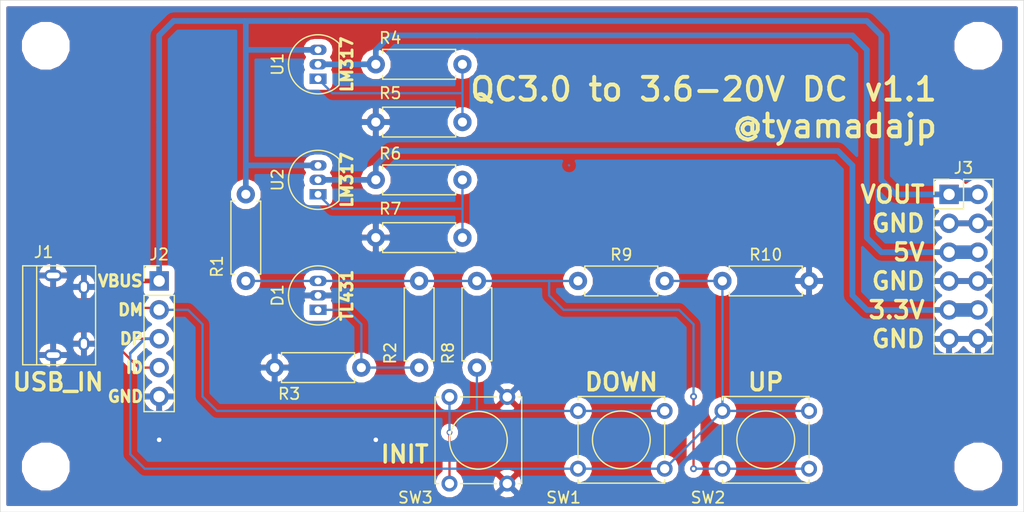
<source format=kicad_pcb>
(kicad_pcb (version 4) (host pcbnew 4.0.7)

  (general
    (links 56)
    (no_connects 5)
    (area 90.144999 80.704999 180.195001 125.755001)
    (thickness 1.6)
    (drawings 23)
    (tracks 108)
    (zones 0)
    (modules 23)
    (nets 12)
  )

  (page A4)
  (title_block
    (title "PCB Namecard - QC3.0 Adapter")
    (date 2019-08-18)
    (rev 1.1)
    (company "Taisuke Yamada")
  )

  (layers
    (0 F.Cu signal)
    (31 B.Cu signal)
    (32 B.Adhes user)
    (33 F.Adhes user)
    (34 B.Paste user)
    (35 F.Paste user)
    (36 B.SilkS user)
    (37 F.SilkS user)
    (38 B.Mask user)
    (39 F.Mask user)
    (40 Dwgs.User user)
    (41 Cmts.User user)
    (42 Eco1.User user)
    (43 Eco2.User user)
    (44 Edge.Cuts user)
    (45 Margin user)
    (46 B.CrtYd user)
    (47 F.CrtYd user)
    (48 B.Fab user)
    (49 F.Fab user)
  )

  (setup
    (last_trace_width 0.2)
    (user_trace_width 0.2)
    (user_trace_width 0.4)
    (user_trace_width 0.6)
    (user_trace_width 0.8)
    (user_trace_width 1)
    (user_trace_width 1.2)
    (user_trace_width 1.6)
    (user_trace_width 2)
    (trace_clearance 0.2)
    (zone_clearance 0.508)
    (zone_45_only no)
    (trace_min 0.2)
    (segment_width 0.2)
    (edge_width 0.05)
    (via_size 0.6)
    (via_drill 0.4)
    (via_min_size 0.5)
    (via_min_drill 0.3)
    (user_via 0.9 0.5)
    (user_via 1.2 0.8)
    (user_via 1.4 0.9)
    (user_via 1.5 1)
    (uvia_size 0.3)
    (uvia_drill 0.1)
    (uvias_allowed no)
    (uvia_min_size 0.2)
    (uvia_min_drill 0.1)
    (pcb_text_width 0.3)
    (pcb_text_size 1.5 1.5)
    (mod_edge_width 0.12)
    (mod_text_size 1 1)
    (mod_text_width 0.15)
    (pad_size 1.524 1.524)
    (pad_drill 0.762)
    (pad_to_mask_clearance 0.051)
    (solder_mask_min_width 0.25)
    (aux_axis_origin 90.17 125.73)
    (grid_origin 90.17 125.73)
    (visible_elements 7FFFFFFF)
    (pcbplotparams
      (layerselection 0x010fc_ffffffff)
      (usegerberextensions false)
      (excludeedgelayer true)
      (linewidth 0.100000)
      (plotframeref false)
      (viasonmask false)
      (mode 1)
      (useauxorigin false)
      (hpglpennumber 1)
      (hpglpenspeed 20)
      (hpglpendiameter 15)
      (hpglpenoverlay 2)
      (psnegative false)
      (psa4output false)
      (plotreference true)
      (plotvalue true)
      (plotinvisibletext false)
      (padsonsilk false)
      (subtractmaskfromsilk false)
      (outputformat 1)
      (mirror false)
      (drillshape 1)
      (scaleselection 1)
      (outputdirectory ""))
  )

  (net 0 "")
  (net 1 "Net-(J1-Pad3)")
  (net 2 GND)
  (net 3 "Net-(J1-Pad2)")
  (net 4 "Net-(J1-Pad1)")
  (net 5 "Net-(R6-Pad2)")
  (net 6 "Net-(D1-Pad3)")
  (net 7 "Net-(D1-Pad1)")
  (net 8 "Net-(J3-Pad5)")
  (net 9 "Net-(J3-Pad10)")
  (net 10 "Net-(R4-Pad2)")
  (net 11 "Net-(J1-Pad4)")

  (net_class Default "これはデフォルトのネット クラスです。"
    (clearance 0.2)
    (trace_width 0.2)
    (via_dia 0.6)
    (via_drill 0.4)
    (uvia_dia 0.3)
    (uvia_drill 0.1)
    (add_net GND)
    (add_net "Net-(D1-Pad1)")
    (add_net "Net-(D1-Pad3)")
    (add_net "Net-(J1-Pad1)")
    (add_net "Net-(J1-Pad2)")
    (add_net "Net-(J1-Pad3)")
    (add_net "Net-(J1-Pad4)")
    (add_net "Net-(J3-Pad10)")
    (add_net "Net-(J3-Pad5)")
    (add_net "Net-(R4-Pad2)")
    (add_net "Net-(R6-Pad2)")
  )

  (net_class Power ""
    (clearance 0.2)
    (trace_width 0.4)
    (via_dia 0.6)
    (via_drill 0.4)
    (uvia_dia 0.3)
    (uvia_drill 0.1)
  )

  (module MountingHole:MountingHole_3.2mm_M3 locked (layer F.Cu) (tedit 5D5D347F) (tstamp 5D595BE4)
    (at 176.17 121.73)
    (descr "Mounting Hole 3.2mm, no annular, M3")
    (tags "mounting hole 3.2mm no annular m3")
    (attr virtual)
    (fp_text reference MH3 (at 0 -4.2) (layer F.SilkS) hide
      (effects (font (size 1 1) (thickness 0.15)))
    )
    (fp_text value M3 (at -4.5 0) (layer F.Fab) hide
      (effects (font (size 1 1) (thickness 0.15)))
    )
    (fp_circle (center 0 0) (end 3.45 0) (layer F.CrtYd) (width 0.05))
    (fp_circle (center 0 0) (end 3.2 0) (layer Cmts.User) (width 0.15))
    (fp_text user %R (at 0.3 0) (layer F.Fab) hide
      (effects (font (size 1 1) (thickness 0.15)))
    )
    (pad 1 np_thru_hole circle (at 0 0) (size 3.2 3.2) (drill 3.2) (layers *.Cu *.Mask))
  )

  (module MountingHole:MountingHole_3.2mm_M3 locked (layer F.Cu) (tedit 5D5D3462) (tstamp 5D595BAF)
    (at 176.17 84.73)
    (descr "Mounting Hole 3.2mm, no annular, M3")
    (tags "mounting hole 3.2mm no annular m3")
    (attr virtual)
    (fp_text reference MH2 (at 0 4.5) (layer F.SilkS) hide
      (effects (font (size 1 1) (thickness 0.15)))
    )
    (fp_text value M3 (at -5 0) (layer F.Fab) hide
      (effects (font (size 1 1) (thickness 0.15)))
    )
    (fp_circle (center 0 0) (end 3.45 0) (layer F.CrtYd) (width 0.05))
    (fp_circle (center 0 0) (end 3.2 0) (layer Cmts.User) (width 0.15))
    (fp_text user %R (at 0.3 0) (layer F.Fab) hide
      (effects (font (size 1 1) (thickness 0.15)))
    )
    (pad 1 np_thru_hole circle (at 0 0) (size 3.2 3.2) (drill 3.2) (layers *.Cu *.Mask))
  )

  (module MountingHole:MountingHole_3.2mm_M3 locked (layer F.Cu) (tedit 5D5D342C) (tstamp 5D595B79)
    (at 94.17 121.73)
    (descr "Mounting Hole 3.2mm, no annular, M3")
    (tags "mounting hole 3.2mm no annular m3")
    (attr virtual)
    (fp_text reference MH4 (at 0 -4.2) (layer F.SilkS) hide
      (effects (font (size 1 1) (thickness 0.15)))
    )
    (fp_text value M3 (at 4.89 0) (layer F.Fab) hide
      (effects (font (size 1 1) (thickness 0.15)))
    )
    (fp_circle (center 0 0) (end 3.45 0) (layer F.CrtYd) (width 0.05))
    (fp_circle (center 0 0) (end 3.2 0) (layer Cmts.User) (width 0.15))
    (fp_text user %R (at 0.3 0) (layer F.Fab) hide
      (effects (font (size 1 1) (thickness 0.15)))
    )
    (pad 1 np_thru_hole circle (at 0 0) (size 3.2 3.2) (drill 3.2) (layers *.Cu *.Mask))
  )

  (module MountingHole:MountingHole_3.2mm_M3 locked (layer F.Cu) (tedit 5D5D3421) (tstamp 5D595B22)
    (at 94.17 84.73)
    (descr "Mounting Hole 3.2mm, no annular, M3")
    (tags "mounting hole 3.2mm no annular m3")
    (attr virtual)
    (fp_text reference MH1 (at 0 4.5) (layer F.SilkS) hide
      (effects (font (size 1 1) (thickness 0.15)))
    )
    (fp_text value M3 (at 4.89 0) (layer F.Fab) hide
      (effects (font (size 1 1) (thickness 0.15)))
    )
    (fp_circle (center 0 0) (end 3.45 0) (layer F.CrtYd) (width 0.05))
    (fp_circle (center 0 0) (end 3.2 0) (layer Cmts.User) (width 0.15))
    (fp_text user %R (at 0.3 0) (layer F.Fab) hide
      (effects (font (size 1 1) (thickness 0.15)))
    )
    (pad 1 np_thru_hole circle (at 0 0) (size 3.2 3.2) (drill 3.2) (layers *.Cu *.Mask))
  )

  (module TO_SOT_Packages_THT:TO-92_Inline_Narrow_Oval (layer F.Cu) (tedit 5D5D1D21) (tstamp 5D5CCAEE)
    (at 118.11 107.95 90)
    (descr "TO-92 leads in-line, narrow, oval pads, drill 0.6mm (see NXP sot054_po.pdf)")
    (tags "to-92 sc-43 sc-43a sot54 PA33 transistor")
    (path /5D5CAE87)
    (fp_text reference D1 (at 1.27 -3.56 90) (layer F.SilkS)
      (effects (font (size 1 1) (thickness 0.15)))
    )
    (fp_text value TL431 (at 1.27 2.54 90) (layer F.Fab)
      (effects (font (size 1 1) (thickness 0.15)))
    )
    (fp_text user %R (at 1.27 -3.56 90) (layer F.Fab)
      (effects (font (size 1 1) (thickness 0.15)))
    )
    (fp_line (start -0.53 1.85) (end 3.07 1.85) (layer F.SilkS) (width 0.12))
    (fp_line (start -0.5 1.75) (end 3 1.75) (layer F.Fab) (width 0.1))
    (fp_line (start -1.46 -2.73) (end 4 -2.73) (layer F.CrtYd) (width 0.05))
    (fp_line (start -1.46 -2.73) (end -1.46 2.01) (layer F.CrtYd) (width 0.05))
    (fp_line (start 4 2.01) (end 4 -2.73) (layer F.CrtYd) (width 0.05))
    (fp_line (start 4 2.01) (end -1.46 2.01) (layer F.CrtYd) (width 0.05))
    (fp_arc (start 1.27 0) (end 1.27 -2.48) (angle 135) (layer F.Fab) (width 0.1))
    (fp_arc (start 1.27 0) (end 1.27 -2.6) (angle -135) (layer F.SilkS) (width 0.12))
    (fp_arc (start 1.27 0) (end 1.27 -2.48) (angle -135) (layer F.Fab) (width 0.1))
    (fp_arc (start 1.27 0) (end 1.27 -2.6) (angle 135) (layer F.SilkS) (width 0.12))
    (pad 2 thru_hole oval (at 1.27 0 270) (size 0.9 1.5) (drill 0.6) (layers *.Cu *.Mask)
      (net 2 GND))
    (pad 3 thru_hole oval (at 2.54 0 270) (size 0.9 1.5) (drill 0.6) (layers *.Cu *.Mask)
      (net 6 "Net-(D1-Pad3)"))
    (pad 1 thru_hole rect (at 0 0 270) (size 0.9 1.5) (drill 0.6) (layers *.Cu *.Mask)
      (net 7 "Net-(D1-Pad1)"))
    (model ${KISYS3DMOD}/TO_SOT_Packages_THT.3dshapes/TO-92_Inline_Narrow_Oval.wrl
      (at (xyz 0.05 0 0))
      (scale (xyz 1 1 1))
      (rotate (xyz 0 0 -90))
    )
  )

  (module Connectors:USB_Micro-B (layer F.Cu) (tedit 5543E447) (tstamp 5D5CCAFB)
    (at 96.17 108.43 270)
    (descr "Micro USB Type B Receptacle")
    (tags "USB USB_B USB_micro USB_OTG")
    (path /5D5D62A7)
    (attr smd)
    (fp_text reference J1 (at -5.56 2.19 360) (layer F.SilkS)
      (effects (font (size 1 1) (thickness 0.15)))
    )
    (fp_text value USB_OTG (at 0 5.01 270) (layer F.Fab)
      (effects (font (size 1 1) (thickness 0.15)))
    )
    (fp_line (start -4.6 -2.59) (end 4.6 -2.59) (layer F.CrtYd) (width 0.05))
    (fp_line (start 4.6 -2.59) (end 4.6 4.26) (layer F.CrtYd) (width 0.05))
    (fp_line (start 4.6 4.26) (end -4.6 4.26) (layer F.CrtYd) (width 0.05))
    (fp_line (start -4.6 4.26) (end -4.6 -2.59) (layer F.CrtYd) (width 0.05))
    (fp_line (start -4.35 4.03) (end 4.35 4.03) (layer F.SilkS) (width 0.12))
    (fp_line (start -4.35 -2.38) (end 4.35 -2.38) (layer F.SilkS) (width 0.12))
    (fp_line (start 4.35 -2.38) (end 4.35 4.03) (layer F.SilkS) (width 0.12))
    (fp_line (start 4.35 2.8) (end -4.35 2.8) (layer F.SilkS) (width 0.12))
    (fp_line (start -4.35 4.03) (end -4.35 -2.38) (layer F.SilkS) (width 0.12))
    (pad 1 smd rect (at -1.3 -1.35) (size 1.35 0.4) (layers F.Cu F.Paste F.Mask)
      (net 4 "Net-(J1-Pad1)"))
    (pad 2 smd rect (at -0.65 -1.35) (size 1.35 0.4) (layers F.Cu F.Paste F.Mask)
      (net 3 "Net-(J1-Pad2)"))
    (pad 3 smd rect (at 0 -1.35) (size 1.35 0.4) (layers F.Cu F.Paste F.Mask)
      (net 1 "Net-(J1-Pad3)"))
    (pad 4 smd rect (at 0.65 -1.35) (size 1.35 0.4) (layers F.Cu F.Paste F.Mask)
      (net 11 "Net-(J1-Pad4)"))
    (pad 5 smd rect (at 1.3 -1.35) (size 1.35 0.4) (layers F.Cu F.Paste F.Mask)
      (net 2 GND))
    (pad 6 thru_hole oval (at -2.5 -1.35) (size 0.95 1.25) (drill oval 0.55 0.85) (layers *.Cu *.Mask)
      (net 2 GND))
    (pad 6 thru_hole oval (at 2.5 -1.35) (size 0.95 1.25) (drill oval 0.55 0.85) (layers *.Cu *.Mask)
      (net 2 GND))
    (pad 6 thru_hole oval (at -3.5 1.35) (size 1.55 1) (drill oval 1.15 0.5) (layers *.Cu *.Mask)
      (net 2 GND))
    (pad 6 thru_hole oval (at 3.5 1.35) (size 1.55 1) (drill oval 1.15 0.5) (layers *.Cu *.Mask)
      (net 2 GND))
  )

  (module Pin_Headers:Pin_Header_Straight_2x06_Pitch2.54mm (layer F.Cu) (tedit 59650532) (tstamp 5D5CCB13)
    (at 173.6 97.8)
    (descr "Through hole straight pin header, 2x06, 2.54mm pitch, double rows")
    (tags "Through hole pin header THT 2x06 2.54mm double row")
    (path /5D5D6695)
    (fp_text reference J3 (at 1.27 -2.33) (layer F.SilkS)
      (effects (font (size 1 1) (thickness 0.15)))
    )
    (fp_text value POWER_OUT (at 1.27 15.03) (layer F.Fab)
      (effects (font (size 1 1) (thickness 0.15)))
    )
    (fp_line (start 0 -1.27) (end 3.81 -1.27) (layer F.Fab) (width 0.1))
    (fp_line (start 3.81 -1.27) (end 3.81 13.97) (layer F.Fab) (width 0.1))
    (fp_line (start 3.81 13.97) (end -1.27 13.97) (layer F.Fab) (width 0.1))
    (fp_line (start -1.27 13.97) (end -1.27 0) (layer F.Fab) (width 0.1))
    (fp_line (start -1.27 0) (end 0 -1.27) (layer F.Fab) (width 0.1))
    (fp_line (start -1.33 14.03) (end 3.87 14.03) (layer F.SilkS) (width 0.12))
    (fp_line (start -1.33 1.27) (end -1.33 14.03) (layer F.SilkS) (width 0.12))
    (fp_line (start 3.87 -1.33) (end 3.87 14.03) (layer F.SilkS) (width 0.12))
    (fp_line (start -1.33 1.27) (end 1.27 1.27) (layer F.SilkS) (width 0.12))
    (fp_line (start 1.27 1.27) (end 1.27 -1.33) (layer F.SilkS) (width 0.12))
    (fp_line (start 1.27 -1.33) (end 3.87 -1.33) (layer F.SilkS) (width 0.12))
    (fp_line (start -1.33 0) (end -1.33 -1.33) (layer F.SilkS) (width 0.12))
    (fp_line (start -1.33 -1.33) (end 0 -1.33) (layer F.SilkS) (width 0.12))
    (fp_line (start -1.8 -1.8) (end -1.8 14.5) (layer F.CrtYd) (width 0.05))
    (fp_line (start -1.8 14.5) (end 4.35 14.5) (layer F.CrtYd) (width 0.05))
    (fp_line (start 4.35 14.5) (end 4.35 -1.8) (layer F.CrtYd) (width 0.05))
    (fp_line (start 4.35 -1.8) (end -1.8 -1.8) (layer F.CrtYd) (width 0.05))
    (fp_text user %R (at 1.27 6.35 90) (layer F.Fab)
      (effects (font (size 1 1) (thickness 0.15)))
    )
    (pad 1 thru_hole rect (at 0 0) (size 1.7 1.7) (drill 1) (layers *.Cu *.Mask)
      (net 4 "Net-(J1-Pad1)"))
    (pad 2 thru_hole oval (at 2.54 0) (size 1.7 1.7) (drill 1) (layers *.Cu *.Mask)
      (net 4 "Net-(J1-Pad1)"))
    (pad 3 thru_hole oval (at 0 2.54) (size 1.7 1.7) (drill 1) (layers *.Cu *.Mask)
      (net 2 GND))
    (pad 4 thru_hole oval (at 2.54 2.54) (size 1.7 1.7) (drill 1) (layers *.Cu *.Mask)
      (net 2 GND))
    (pad 5 thru_hole oval (at 0 5.08) (size 1.7 1.7) (drill 1) (layers *.Cu *.Mask)
      (net 8 "Net-(J3-Pad5)"))
    (pad 6 thru_hole oval (at 2.54 5.08) (size 1.7 1.7) (drill 1) (layers *.Cu *.Mask)
      (net 8 "Net-(J3-Pad5)"))
    (pad 7 thru_hole oval (at 0 7.62) (size 1.7 1.7) (drill 1) (layers *.Cu *.Mask)
      (net 2 GND))
    (pad 8 thru_hole oval (at 2.54 7.62) (size 1.7 1.7) (drill 1) (layers *.Cu *.Mask)
      (net 2 GND))
    (pad 9 thru_hole oval (at 0 10.16) (size 1.7 1.7) (drill 1) (layers *.Cu *.Mask)
      (net 9 "Net-(J3-Pad10)"))
    (pad 10 thru_hole oval (at 2.54 10.16) (size 1.7 1.7) (drill 1) (layers *.Cu *.Mask)
      (net 9 "Net-(J3-Pad10)"))
    (pad 11 thru_hole oval (at 0 12.7) (size 1.7 1.7) (drill 1) (layers *.Cu *.Mask)
      (net 2 GND))
    (pad 12 thru_hole oval (at 2.54 12.7) (size 1.7 1.7) (drill 1) (layers *.Cu *.Mask)
      (net 2 GND))
    (model ${KISYS3DMOD}/Pin_Headers.3dshapes/Pin_Header_Straight_2x06_Pitch2.54mm.wrl
      (at (xyz 0 0 0))
      (scale (xyz 1 1 1))
      (rotate (xyz 0 0 0))
    )
  )

  (module Resistors_THT:R_Axial_DIN0207_L6.3mm_D2.5mm_P7.62mm_Horizontal (layer F.Cu) (tedit 5874F706) (tstamp 5D5CCB19)
    (at 111.76 97.79 270)
    (descr "Resistor, Axial_DIN0207 series, Axial, Horizontal, pin pitch=7.62mm, 0.25W = 1/4W, length*diameter=6.3*2.5mm^2, http://cdn-reichelt.de/documents/datenblatt/B400/1_4W%23YAG.pdf")
    (tags "Resistor Axial_DIN0207 series Axial Horizontal pin pitch 7.62mm 0.25W = 1/4W length 6.3mm diameter 2.5mm")
    (path /5D5CD1B7)
    (fp_text reference R1 (at 6.35 2.54 270) (layer F.SilkS)
      (effects (font (size 1 1) (thickness 0.15)))
    )
    (fp_text value 100 (at 2.54 2.31 270) (layer F.Fab)
      (effects (font (size 1 1) (thickness 0.15)))
    )
    (fp_line (start 0.66 -1.25) (end 0.66 1.25) (layer F.Fab) (width 0.1))
    (fp_line (start 0.66 1.25) (end 6.96 1.25) (layer F.Fab) (width 0.1))
    (fp_line (start 6.96 1.25) (end 6.96 -1.25) (layer F.Fab) (width 0.1))
    (fp_line (start 6.96 -1.25) (end 0.66 -1.25) (layer F.Fab) (width 0.1))
    (fp_line (start 0 0) (end 0.66 0) (layer F.Fab) (width 0.1))
    (fp_line (start 7.62 0) (end 6.96 0) (layer F.Fab) (width 0.1))
    (fp_line (start 0.6 -0.98) (end 0.6 -1.31) (layer F.SilkS) (width 0.12))
    (fp_line (start 0.6 -1.31) (end 7.02 -1.31) (layer F.SilkS) (width 0.12))
    (fp_line (start 7.02 -1.31) (end 7.02 -0.98) (layer F.SilkS) (width 0.12))
    (fp_line (start 0.6 0.98) (end 0.6 1.31) (layer F.SilkS) (width 0.12))
    (fp_line (start 0.6 1.31) (end 7.02 1.31) (layer F.SilkS) (width 0.12))
    (fp_line (start 7.02 1.31) (end 7.02 0.98) (layer F.SilkS) (width 0.12))
    (fp_line (start -1.05 -1.6) (end -1.05 1.6) (layer F.CrtYd) (width 0.05))
    (fp_line (start -1.05 1.6) (end 8.7 1.6) (layer F.CrtYd) (width 0.05))
    (fp_line (start 8.7 1.6) (end 8.7 -1.6) (layer F.CrtYd) (width 0.05))
    (fp_line (start 8.7 -1.6) (end -1.05 -1.6) (layer F.CrtYd) (width 0.05))
    (pad 1 thru_hole circle (at 0 0 270) (size 1.6 1.6) (drill 0.8) (layers *.Cu *.Mask)
      (net 4 "Net-(J1-Pad1)"))
    (pad 2 thru_hole oval (at 7.62 0 270) (size 1.6 1.6) (drill 0.8) (layers *.Cu *.Mask)
      (net 6 "Net-(D1-Pad3)"))
    (model ${KISYS3DMOD}/Resistors_THT.3dshapes/R_Axial_DIN0207_L6.3mm_D2.5mm_P7.62mm_Horizontal.wrl
      (at (xyz 0 0 0))
      (scale (xyz 0.393701 0.393701 0.393701))
      (rotate (xyz 0 0 0))
    )
  )

  (module Resistors_THT:R_Axial_DIN0207_L6.3mm_D2.5mm_P7.62mm_Horizontal (layer F.Cu) (tedit 5874F706) (tstamp 5D5CCB1F)
    (at 127 105.41 270)
    (descr "Resistor, Axial_DIN0207 series, Axial, Horizontal, pin pitch=7.62mm, 0.25W = 1/4W, length*diameter=6.3*2.5mm^2, http://cdn-reichelt.de/documents/datenblatt/B400/1_4W%23YAG.pdf")
    (tags "Resistor Axial_DIN0207 series Axial Horizontal pin pitch 7.62mm 0.25W = 1/4W length 6.3mm diameter 2.5mm")
    (path /5D5CD14D)
    (fp_text reference R2 (at 6.35 2.54 270) (layer F.SilkS)
      (effects (font (size 1 1) (thickness 0.15)))
    )
    (fp_text value 3.3K (at 2.54 2.31 270) (layer F.Fab)
      (effects (font (size 1 1) (thickness 0.15)))
    )
    (fp_line (start 0.66 -1.25) (end 0.66 1.25) (layer F.Fab) (width 0.1))
    (fp_line (start 0.66 1.25) (end 6.96 1.25) (layer F.Fab) (width 0.1))
    (fp_line (start 6.96 1.25) (end 6.96 -1.25) (layer F.Fab) (width 0.1))
    (fp_line (start 6.96 -1.25) (end 0.66 -1.25) (layer F.Fab) (width 0.1))
    (fp_line (start 0 0) (end 0.66 0) (layer F.Fab) (width 0.1))
    (fp_line (start 7.62 0) (end 6.96 0) (layer F.Fab) (width 0.1))
    (fp_line (start 0.6 -0.98) (end 0.6 -1.31) (layer F.SilkS) (width 0.12))
    (fp_line (start 0.6 -1.31) (end 7.02 -1.31) (layer F.SilkS) (width 0.12))
    (fp_line (start 7.02 -1.31) (end 7.02 -0.98) (layer F.SilkS) (width 0.12))
    (fp_line (start 0.6 0.98) (end 0.6 1.31) (layer F.SilkS) (width 0.12))
    (fp_line (start 0.6 1.31) (end 7.02 1.31) (layer F.SilkS) (width 0.12))
    (fp_line (start 7.02 1.31) (end 7.02 0.98) (layer F.SilkS) (width 0.12))
    (fp_line (start -1.05 -1.6) (end -1.05 1.6) (layer F.CrtYd) (width 0.05))
    (fp_line (start -1.05 1.6) (end 8.7 1.6) (layer F.CrtYd) (width 0.05))
    (fp_line (start 8.7 1.6) (end 8.7 -1.6) (layer F.CrtYd) (width 0.05))
    (fp_line (start 8.7 -1.6) (end -1.05 -1.6) (layer F.CrtYd) (width 0.05))
    (pad 1 thru_hole circle (at 0 0 270) (size 1.6 1.6) (drill 0.8) (layers *.Cu *.Mask)
      (net 6 "Net-(D1-Pad3)"))
    (pad 2 thru_hole oval (at 7.62 0 270) (size 1.6 1.6) (drill 0.8) (layers *.Cu *.Mask)
      (net 7 "Net-(D1-Pad1)"))
    (model ${KISYS3DMOD}/Resistors_THT.3dshapes/R_Axial_DIN0207_L6.3mm_D2.5mm_P7.62mm_Horizontal.wrl
      (at (xyz 0 0 0))
      (scale (xyz 0.393701 0.393701 0.393701))
      (rotate (xyz 0 0 0))
    )
  )

  (module Resistors_THT:R_Axial_DIN0207_L6.3mm_D2.5mm_P7.62mm_Horizontal (layer F.Cu) (tedit 5874F706) (tstamp 5D5CCB25)
    (at 121.92 113.03 180)
    (descr "Resistor, Axial_DIN0207 series, Axial, Horizontal, pin pitch=7.62mm, 0.25W = 1/4W, length*diameter=6.3*2.5mm^2, http://cdn-reichelt.de/documents/datenblatt/B400/1_4W%23YAG.pdf")
    (tags "Resistor Axial_DIN0207 series Axial Horizontal pin pitch 7.62mm 0.25W = 1/4W length 6.3mm diameter 2.5mm")
    (path /5D5CD23B)
    (fp_text reference R3 (at 6.35 -2.31 180) (layer F.SilkS)
      (effects (font (size 1 1) (thickness 0.15)))
    )
    (fp_text value 10K (at 2.54 -2.54 180) (layer F.Fab)
      (effects (font (size 1 1) (thickness 0.15)))
    )
    (fp_line (start 0.66 -1.25) (end 0.66 1.25) (layer F.Fab) (width 0.1))
    (fp_line (start 0.66 1.25) (end 6.96 1.25) (layer F.Fab) (width 0.1))
    (fp_line (start 6.96 1.25) (end 6.96 -1.25) (layer F.Fab) (width 0.1))
    (fp_line (start 6.96 -1.25) (end 0.66 -1.25) (layer F.Fab) (width 0.1))
    (fp_line (start 0 0) (end 0.66 0) (layer F.Fab) (width 0.1))
    (fp_line (start 7.62 0) (end 6.96 0) (layer F.Fab) (width 0.1))
    (fp_line (start 0.6 -0.98) (end 0.6 -1.31) (layer F.SilkS) (width 0.12))
    (fp_line (start 0.6 -1.31) (end 7.02 -1.31) (layer F.SilkS) (width 0.12))
    (fp_line (start 7.02 -1.31) (end 7.02 -0.98) (layer F.SilkS) (width 0.12))
    (fp_line (start 0.6 0.98) (end 0.6 1.31) (layer F.SilkS) (width 0.12))
    (fp_line (start 0.6 1.31) (end 7.02 1.31) (layer F.SilkS) (width 0.12))
    (fp_line (start 7.02 1.31) (end 7.02 0.98) (layer F.SilkS) (width 0.12))
    (fp_line (start -1.05 -1.6) (end -1.05 1.6) (layer F.CrtYd) (width 0.05))
    (fp_line (start -1.05 1.6) (end 8.7 1.6) (layer F.CrtYd) (width 0.05))
    (fp_line (start 8.7 1.6) (end 8.7 -1.6) (layer F.CrtYd) (width 0.05))
    (fp_line (start 8.7 -1.6) (end -1.05 -1.6) (layer F.CrtYd) (width 0.05))
    (pad 1 thru_hole circle (at 0 0 180) (size 1.6 1.6) (drill 0.8) (layers *.Cu *.Mask)
      (net 7 "Net-(D1-Pad1)"))
    (pad 2 thru_hole oval (at 7.62 0 180) (size 1.6 1.6) (drill 0.8) (layers *.Cu *.Mask)
      (net 2 GND))
    (model ${KISYS3DMOD}/Resistors_THT.3dshapes/R_Axial_DIN0207_L6.3mm_D2.5mm_P7.62mm_Horizontal.wrl
      (at (xyz 0 0 0))
      (scale (xyz 0.393701 0.393701 0.393701))
      (rotate (xyz 0 0 0))
    )
  )

  (module Resistors_THT:R_Axial_DIN0207_L6.3mm_D2.5mm_P7.62mm_Horizontal (layer F.Cu) (tedit 5874F706) (tstamp 5D5CCB2B)
    (at 123.19 86.36)
    (descr "Resistor, Axial_DIN0207 series, Axial, Horizontal, pin pitch=7.62mm, 0.25W = 1/4W, length*diameter=6.3*2.5mm^2, http://cdn-reichelt.de/documents/datenblatt/B400/1_4W%23YAG.pdf")
    (tags "Resistor Axial_DIN0207 series Axial Horizontal pin pitch 7.62mm 0.25W = 1/4W length 6.3mm diameter 2.5mm")
    (path /5D5CCDBD)
    (fp_text reference R4 (at 1.27 -2.31) (layer F.SilkS)
      (effects (font (size 1 1) (thickness 0.15)))
    )
    (fp_text value 330 (at 5.08 -2.54) (layer F.Fab)
      (effects (font (size 1 1) (thickness 0.15)))
    )
    (fp_line (start 0.66 -1.25) (end 0.66 1.25) (layer F.Fab) (width 0.1))
    (fp_line (start 0.66 1.25) (end 6.96 1.25) (layer F.Fab) (width 0.1))
    (fp_line (start 6.96 1.25) (end 6.96 -1.25) (layer F.Fab) (width 0.1))
    (fp_line (start 6.96 -1.25) (end 0.66 -1.25) (layer F.Fab) (width 0.1))
    (fp_line (start 0 0) (end 0.66 0) (layer F.Fab) (width 0.1))
    (fp_line (start 7.62 0) (end 6.96 0) (layer F.Fab) (width 0.1))
    (fp_line (start 0.6 -0.98) (end 0.6 -1.31) (layer F.SilkS) (width 0.12))
    (fp_line (start 0.6 -1.31) (end 7.02 -1.31) (layer F.SilkS) (width 0.12))
    (fp_line (start 7.02 -1.31) (end 7.02 -0.98) (layer F.SilkS) (width 0.12))
    (fp_line (start 0.6 0.98) (end 0.6 1.31) (layer F.SilkS) (width 0.12))
    (fp_line (start 0.6 1.31) (end 7.02 1.31) (layer F.SilkS) (width 0.12))
    (fp_line (start 7.02 1.31) (end 7.02 0.98) (layer F.SilkS) (width 0.12))
    (fp_line (start -1.05 -1.6) (end -1.05 1.6) (layer F.CrtYd) (width 0.05))
    (fp_line (start -1.05 1.6) (end 8.7 1.6) (layer F.CrtYd) (width 0.05))
    (fp_line (start 8.7 1.6) (end 8.7 -1.6) (layer F.CrtYd) (width 0.05))
    (fp_line (start 8.7 -1.6) (end -1.05 -1.6) (layer F.CrtYd) (width 0.05))
    (pad 1 thru_hole circle (at 0 0) (size 1.6 1.6) (drill 0.8) (layers *.Cu *.Mask)
      (net 8 "Net-(J3-Pad5)"))
    (pad 2 thru_hole oval (at 7.62 0) (size 1.6 1.6) (drill 0.8) (layers *.Cu *.Mask)
      (net 10 "Net-(R4-Pad2)"))
    (model ${KISYS3DMOD}/Resistors_THT.3dshapes/R_Axial_DIN0207_L6.3mm_D2.5mm_P7.62mm_Horizontal.wrl
      (at (xyz 0 0 0))
      (scale (xyz 0.393701 0.393701 0.393701))
      (rotate (xyz 0 0 0))
    )
  )

  (module Resistors_THT:R_Axial_DIN0207_L6.3mm_D2.5mm_P7.62mm_Horizontal (layer F.Cu) (tedit 5874F706) (tstamp 5D5CCB31)
    (at 130.81 91.44 180)
    (descr "Resistor, Axial_DIN0207 series, Axial, Horizontal, pin pitch=7.62mm, 0.25W = 1/4W, length*diameter=6.3*2.5mm^2, http://cdn-reichelt.de/documents/datenblatt/B400/1_4W%23YAG.pdf")
    (tags "Resistor Axial_DIN0207 series Axial Horizontal pin pitch 7.62mm 0.25W = 1/4W length 6.3mm diameter 2.5mm")
    (path /5D5CCF62)
    (fp_text reference R5 (at 6.35 2.54 180) (layer F.SilkS)
      (effects (font (size 1 1) (thickness 0.15)))
    )
    (fp_text value 1K (at 2.54 2.31 180) (layer F.Fab)
      (effects (font (size 1 1) (thickness 0.15)))
    )
    (fp_line (start 0.66 -1.25) (end 0.66 1.25) (layer F.Fab) (width 0.1))
    (fp_line (start 0.66 1.25) (end 6.96 1.25) (layer F.Fab) (width 0.1))
    (fp_line (start 6.96 1.25) (end 6.96 -1.25) (layer F.Fab) (width 0.1))
    (fp_line (start 6.96 -1.25) (end 0.66 -1.25) (layer F.Fab) (width 0.1))
    (fp_line (start 0 0) (end 0.66 0) (layer F.Fab) (width 0.1))
    (fp_line (start 7.62 0) (end 6.96 0) (layer F.Fab) (width 0.1))
    (fp_line (start 0.6 -0.98) (end 0.6 -1.31) (layer F.SilkS) (width 0.12))
    (fp_line (start 0.6 -1.31) (end 7.02 -1.31) (layer F.SilkS) (width 0.12))
    (fp_line (start 7.02 -1.31) (end 7.02 -0.98) (layer F.SilkS) (width 0.12))
    (fp_line (start 0.6 0.98) (end 0.6 1.31) (layer F.SilkS) (width 0.12))
    (fp_line (start 0.6 1.31) (end 7.02 1.31) (layer F.SilkS) (width 0.12))
    (fp_line (start 7.02 1.31) (end 7.02 0.98) (layer F.SilkS) (width 0.12))
    (fp_line (start -1.05 -1.6) (end -1.05 1.6) (layer F.CrtYd) (width 0.05))
    (fp_line (start -1.05 1.6) (end 8.7 1.6) (layer F.CrtYd) (width 0.05))
    (fp_line (start 8.7 1.6) (end 8.7 -1.6) (layer F.CrtYd) (width 0.05))
    (fp_line (start 8.7 -1.6) (end -1.05 -1.6) (layer F.CrtYd) (width 0.05))
    (pad 1 thru_hole circle (at 0 0 180) (size 1.6 1.6) (drill 0.8) (layers *.Cu *.Mask)
      (net 10 "Net-(R4-Pad2)"))
    (pad 2 thru_hole oval (at 7.62 0 180) (size 1.6 1.6) (drill 0.8) (layers *.Cu *.Mask)
      (net 2 GND))
    (model ${KISYS3DMOD}/Resistors_THT.3dshapes/R_Axial_DIN0207_L6.3mm_D2.5mm_P7.62mm_Horizontal.wrl
      (at (xyz 0 0 0))
      (scale (xyz 0.393701 0.393701 0.393701))
      (rotate (xyz 0 0 0))
    )
  )

  (module Resistors_THT:R_Axial_DIN0207_L6.3mm_D2.5mm_P7.62mm_Horizontal (layer F.Cu) (tedit 5874F706) (tstamp 5D5CCB37)
    (at 123.19 96.52)
    (descr "Resistor, Axial_DIN0207 series, Axial, Horizontal, pin pitch=7.62mm, 0.25W = 1/4W, length*diameter=6.3*2.5mm^2, http://cdn-reichelt.de/documents/datenblatt/B400/1_4W%23YAG.pdf")
    (tags "Resistor Axial_DIN0207 series Axial Horizontal pin pitch 7.62mm 0.25W = 1/4W length 6.3mm diameter 2.5mm")
    (path /5D5CD0DC)
    (fp_text reference R6 (at 1.27 -2.31) (layer F.SilkS)
      (effects (font (size 1 1) (thickness 0.15)))
    )
    (fp_text value 220 (at 5.08 -2.54) (layer F.Fab)
      (effects (font (size 1 1) (thickness 0.15)))
    )
    (fp_line (start 0.66 -1.25) (end 0.66 1.25) (layer F.Fab) (width 0.1))
    (fp_line (start 0.66 1.25) (end 6.96 1.25) (layer F.Fab) (width 0.1))
    (fp_line (start 6.96 1.25) (end 6.96 -1.25) (layer F.Fab) (width 0.1))
    (fp_line (start 6.96 -1.25) (end 0.66 -1.25) (layer F.Fab) (width 0.1))
    (fp_line (start 0 0) (end 0.66 0) (layer F.Fab) (width 0.1))
    (fp_line (start 7.62 0) (end 6.96 0) (layer F.Fab) (width 0.1))
    (fp_line (start 0.6 -0.98) (end 0.6 -1.31) (layer F.SilkS) (width 0.12))
    (fp_line (start 0.6 -1.31) (end 7.02 -1.31) (layer F.SilkS) (width 0.12))
    (fp_line (start 7.02 -1.31) (end 7.02 -0.98) (layer F.SilkS) (width 0.12))
    (fp_line (start 0.6 0.98) (end 0.6 1.31) (layer F.SilkS) (width 0.12))
    (fp_line (start 0.6 1.31) (end 7.02 1.31) (layer F.SilkS) (width 0.12))
    (fp_line (start 7.02 1.31) (end 7.02 0.98) (layer F.SilkS) (width 0.12))
    (fp_line (start -1.05 -1.6) (end -1.05 1.6) (layer F.CrtYd) (width 0.05))
    (fp_line (start -1.05 1.6) (end 8.7 1.6) (layer F.CrtYd) (width 0.05))
    (fp_line (start 8.7 1.6) (end 8.7 -1.6) (layer F.CrtYd) (width 0.05))
    (fp_line (start 8.7 -1.6) (end -1.05 -1.6) (layer F.CrtYd) (width 0.05))
    (pad 1 thru_hole circle (at 0 0) (size 1.6 1.6) (drill 0.8) (layers *.Cu *.Mask)
      (net 9 "Net-(J3-Pad10)"))
    (pad 2 thru_hole oval (at 7.62 0) (size 1.6 1.6) (drill 0.8) (layers *.Cu *.Mask)
      (net 5 "Net-(R6-Pad2)"))
    (model ${KISYS3DMOD}/Resistors_THT.3dshapes/R_Axial_DIN0207_L6.3mm_D2.5mm_P7.62mm_Horizontal.wrl
      (at (xyz 0 0 0))
      (scale (xyz 0.393701 0.393701 0.393701))
      (rotate (xyz 0 0 0))
    )
  )

  (module Resistors_THT:R_Axial_DIN0207_L6.3mm_D2.5mm_P7.62mm_Horizontal (layer F.Cu) (tedit 5874F706) (tstamp 5D5CCB3D)
    (at 130.81 101.6 180)
    (descr "Resistor, Axial_DIN0207 series, Axial, Horizontal, pin pitch=7.62mm, 0.25W = 1/4W, length*diameter=6.3*2.5mm^2, http://cdn-reichelt.de/documents/datenblatt/B400/1_4W%23YAG.pdf")
    (tags "Resistor Axial_DIN0207 series Axial Horizontal pin pitch 7.62mm 0.25W = 1/4W length 6.3mm diameter 2.5mm")
    (path /5D5CCEF8)
    (fp_text reference R7 (at 6.35 2.54 180) (layer F.SilkS)
      (effects (font (size 1 1) (thickness 0.15)))
    )
    (fp_text value 330 (at 2.54 2.54 180) (layer F.Fab)
      (effects (font (size 1 1) (thickness 0.15)))
    )
    (fp_line (start 0.66 -1.25) (end 0.66 1.25) (layer F.Fab) (width 0.1))
    (fp_line (start 0.66 1.25) (end 6.96 1.25) (layer F.Fab) (width 0.1))
    (fp_line (start 6.96 1.25) (end 6.96 -1.25) (layer F.Fab) (width 0.1))
    (fp_line (start 6.96 -1.25) (end 0.66 -1.25) (layer F.Fab) (width 0.1))
    (fp_line (start 0 0) (end 0.66 0) (layer F.Fab) (width 0.1))
    (fp_line (start 7.62 0) (end 6.96 0) (layer F.Fab) (width 0.1))
    (fp_line (start 0.6 -0.98) (end 0.6 -1.31) (layer F.SilkS) (width 0.12))
    (fp_line (start 0.6 -1.31) (end 7.02 -1.31) (layer F.SilkS) (width 0.12))
    (fp_line (start 7.02 -1.31) (end 7.02 -0.98) (layer F.SilkS) (width 0.12))
    (fp_line (start 0.6 0.98) (end 0.6 1.31) (layer F.SilkS) (width 0.12))
    (fp_line (start 0.6 1.31) (end 7.02 1.31) (layer F.SilkS) (width 0.12))
    (fp_line (start 7.02 1.31) (end 7.02 0.98) (layer F.SilkS) (width 0.12))
    (fp_line (start -1.05 -1.6) (end -1.05 1.6) (layer F.CrtYd) (width 0.05))
    (fp_line (start -1.05 1.6) (end 8.7 1.6) (layer F.CrtYd) (width 0.05))
    (fp_line (start 8.7 1.6) (end 8.7 -1.6) (layer F.CrtYd) (width 0.05))
    (fp_line (start 8.7 -1.6) (end -1.05 -1.6) (layer F.CrtYd) (width 0.05))
    (pad 1 thru_hole circle (at 0 0 180) (size 1.6 1.6) (drill 0.8) (layers *.Cu *.Mask)
      (net 5 "Net-(R6-Pad2)"))
    (pad 2 thru_hole oval (at 7.62 0 180) (size 1.6 1.6) (drill 0.8) (layers *.Cu *.Mask)
      (net 2 GND))
    (model ${KISYS3DMOD}/Resistors_THT.3dshapes/R_Axial_DIN0207_L6.3mm_D2.5mm_P7.62mm_Horizontal.wrl
      (at (xyz 0 0 0))
      (scale (xyz 0.393701 0.393701 0.393701))
      (rotate (xyz 0 0 0))
    )
  )

  (module Resistors_THT:R_Axial_DIN0207_L6.3mm_D2.5mm_P7.62mm_Horizontal (layer F.Cu) (tedit 5874F706) (tstamp 5D5CCB43)
    (at 132.08 105.41 270)
    (descr "Resistor, Axial_DIN0207 series, Axial, Horizontal, pin pitch=7.62mm, 0.25W = 1/4W, length*diameter=6.3*2.5mm^2, http://cdn-reichelt.de/documents/datenblatt/B400/1_4W%23YAG.pdf")
    (tags "Resistor Axial_DIN0207 series Axial Horizontal pin pitch 7.62mm 0.25W = 1/4W length 6.3mm diameter 2.5mm")
    (path /5D5CE11D)
    (fp_text reference R8 (at 6.35 2.54 270) (layer F.SilkS)
      (effects (font (size 1 1) (thickness 0.15)))
    )
    (fp_text value 10K (at 2.54 2.31 270) (layer F.Fab)
      (effects (font (size 1 1) (thickness 0.15)))
    )
    (fp_line (start 0.66 -1.25) (end 0.66 1.25) (layer F.Fab) (width 0.1))
    (fp_line (start 0.66 1.25) (end 6.96 1.25) (layer F.Fab) (width 0.1))
    (fp_line (start 6.96 1.25) (end 6.96 -1.25) (layer F.Fab) (width 0.1))
    (fp_line (start 6.96 -1.25) (end 0.66 -1.25) (layer F.Fab) (width 0.1))
    (fp_line (start 0 0) (end 0.66 0) (layer F.Fab) (width 0.1))
    (fp_line (start 7.62 0) (end 6.96 0) (layer F.Fab) (width 0.1))
    (fp_line (start 0.6 -0.98) (end 0.6 -1.31) (layer F.SilkS) (width 0.12))
    (fp_line (start 0.6 -1.31) (end 7.02 -1.31) (layer F.SilkS) (width 0.12))
    (fp_line (start 7.02 -1.31) (end 7.02 -0.98) (layer F.SilkS) (width 0.12))
    (fp_line (start 0.6 0.98) (end 0.6 1.31) (layer F.SilkS) (width 0.12))
    (fp_line (start 0.6 1.31) (end 7.02 1.31) (layer F.SilkS) (width 0.12))
    (fp_line (start 7.02 1.31) (end 7.02 0.98) (layer F.SilkS) (width 0.12))
    (fp_line (start -1.05 -1.6) (end -1.05 1.6) (layer F.CrtYd) (width 0.05))
    (fp_line (start -1.05 1.6) (end 8.7 1.6) (layer F.CrtYd) (width 0.05))
    (fp_line (start 8.7 1.6) (end 8.7 -1.6) (layer F.CrtYd) (width 0.05))
    (fp_line (start 8.7 -1.6) (end -1.05 -1.6) (layer F.CrtYd) (width 0.05))
    (pad 1 thru_hole circle (at 0 0 270) (size 1.6 1.6) (drill 0.8) (layers *.Cu *.Mask)
      (net 6 "Net-(D1-Pad3)"))
    (pad 2 thru_hole oval (at 7.62 0 270) (size 1.6 1.6) (drill 0.8) (layers *.Cu *.Mask)
      (net 3 "Net-(J1-Pad2)"))
    (model ${KISYS3DMOD}/Resistors_THT.3dshapes/R_Axial_DIN0207_L6.3mm_D2.5mm_P7.62mm_Horizontal.wrl
      (at (xyz 0 0 0))
      (scale (xyz 0.393701 0.393701 0.393701))
      (rotate (xyz 0 0 0))
    )
  )

  (module Resistors_THT:R_Axial_DIN0207_L6.3mm_D2.5mm_P7.62mm_Horizontal (layer F.Cu) (tedit 5874F706) (tstamp 5D5CCB49)
    (at 140.97 105.41)
    (descr "Resistor, Axial_DIN0207 series, Axial, Horizontal, pin pitch=7.62mm, 0.25W = 1/4W, length*diameter=6.3*2.5mm^2, http://cdn-reichelt.de/documents/datenblatt/B400/1_4W%23YAG.pdf")
    (tags "Resistor Axial_DIN0207 series Axial Horizontal pin pitch 7.62mm 0.25W = 1/4W length 6.3mm diameter 2.5mm")
    (path /5D5CE19E)
    (fp_text reference R9 (at 3.81 -2.31) (layer F.SilkS)
      (effects (font (size 1 1) (thickness 0.15)))
    )
    (fp_text value 10K (at 3.81 2.31) (layer F.Fab)
      (effects (font (size 1 1) (thickness 0.15)))
    )
    (fp_line (start 0.66 -1.25) (end 0.66 1.25) (layer F.Fab) (width 0.1))
    (fp_line (start 0.66 1.25) (end 6.96 1.25) (layer F.Fab) (width 0.1))
    (fp_line (start 6.96 1.25) (end 6.96 -1.25) (layer F.Fab) (width 0.1))
    (fp_line (start 6.96 -1.25) (end 0.66 -1.25) (layer F.Fab) (width 0.1))
    (fp_line (start 0 0) (end 0.66 0) (layer F.Fab) (width 0.1))
    (fp_line (start 7.62 0) (end 6.96 0) (layer F.Fab) (width 0.1))
    (fp_line (start 0.6 -0.98) (end 0.6 -1.31) (layer F.SilkS) (width 0.12))
    (fp_line (start 0.6 -1.31) (end 7.02 -1.31) (layer F.SilkS) (width 0.12))
    (fp_line (start 7.02 -1.31) (end 7.02 -0.98) (layer F.SilkS) (width 0.12))
    (fp_line (start 0.6 0.98) (end 0.6 1.31) (layer F.SilkS) (width 0.12))
    (fp_line (start 0.6 1.31) (end 7.02 1.31) (layer F.SilkS) (width 0.12))
    (fp_line (start 7.02 1.31) (end 7.02 0.98) (layer F.SilkS) (width 0.12))
    (fp_line (start -1.05 -1.6) (end -1.05 1.6) (layer F.CrtYd) (width 0.05))
    (fp_line (start -1.05 1.6) (end 8.7 1.6) (layer F.CrtYd) (width 0.05))
    (fp_line (start 8.7 1.6) (end 8.7 -1.6) (layer F.CrtYd) (width 0.05))
    (fp_line (start 8.7 -1.6) (end -1.05 -1.6) (layer F.CrtYd) (width 0.05))
    (pad 1 thru_hole circle (at 0 0) (size 1.6 1.6) (drill 0.8) (layers *.Cu *.Mask)
      (net 6 "Net-(D1-Pad3)"))
    (pad 2 thru_hole oval (at 7.62 0) (size 1.6 1.6) (drill 0.8) (layers *.Cu *.Mask)
      (net 1 "Net-(J1-Pad3)"))
    (model ${KISYS3DMOD}/Resistors_THT.3dshapes/R_Axial_DIN0207_L6.3mm_D2.5mm_P7.62mm_Horizontal.wrl
      (at (xyz 0 0 0))
      (scale (xyz 0.393701 0.393701 0.393701))
      (rotate (xyz 0 0 0))
    )
  )

  (module Resistors_THT:R_Axial_DIN0207_L6.3mm_D2.5mm_P7.62mm_Horizontal (layer F.Cu) (tedit 5874F706) (tstamp 5D5CCB4F)
    (at 153.67 105.41)
    (descr "Resistor, Axial_DIN0207 series, Axial, Horizontal, pin pitch=7.62mm, 0.25W = 1/4W, length*diameter=6.3*2.5mm^2, http://cdn-reichelt.de/documents/datenblatt/B400/1_4W%23YAG.pdf")
    (tags "Resistor Axial_DIN0207 series Axial Horizontal pin pitch 7.62mm 0.25W = 1/4W length 6.3mm diameter 2.5mm")
    (path /5D5CCFC3)
    (fp_text reference R10 (at 3.81 -2.31) (layer F.SilkS)
      (effects (font (size 1 1) (thickness 0.15)))
    )
    (fp_text value 3.3K (at 3.81 2.31) (layer F.Fab)
      (effects (font (size 1 1) (thickness 0.15)))
    )
    (fp_line (start 0.66 -1.25) (end 0.66 1.25) (layer F.Fab) (width 0.1))
    (fp_line (start 0.66 1.25) (end 6.96 1.25) (layer F.Fab) (width 0.1))
    (fp_line (start 6.96 1.25) (end 6.96 -1.25) (layer F.Fab) (width 0.1))
    (fp_line (start 6.96 -1.25) (end 0.66 -1.25) (layer F.Fab) (width 0.1))
    (fp_line (start 0 0) (end 0.66 0) (layer F.Fab) (width 0.1))
    (fp_line (start 7.62 0) (end 6.96 0) (layer F.Fab) (width 0.1))
    (fp_line (start 0.6 -0.98) (end 0.6 -1.31) (layer F.SilkS) (width 0.12))
    (fp_line (start 0.6 -1.31) (end 7.02 -1.31) (layer F.SilkS) (width 0.12))
    (fp_line (start 7.02 -1.31) (end 7.02 -0.98) (layer F.SilkS) (width 0.12))
    (fp_line (start 0.6 0.98) (end 0.6 1.31) (layer F.SilkS) (width 0.12))
    (fp_line (start 0.6 1.31) (end 7.02 1.31) (layer F.SilkS) (width 0.12))
    (fp_line (start 7.02 1.31) (end 7.02 0.98) (layer F.SilkS) (width 0.12))
    (fp_line (start -1.05 -1.6) (end -1.05 1.6) (layer F.CrtYd) (width 0.05))
    (fp_line (start -1.05 1.6) (end 8.7 1.6) (layer F.CrtYd) (width 0.05))
    (fp_line (start 8.7 1.6) (end 8.7 -1.6) (layer F.CrtYd) (width 0.05))
    (fp_line (start 8.7 -1.6) (end -1.05 -1.6) (layer F.CrtYd) (width 0.05))
    (pad 1 thru_hole circle (at 0 0) (size 1.6 1.6) (drill 0.8) (layers *.Cu *.Mask)
      (net 1 "Net-(J1-Pad3)"))
    (pad 2 thru_hole oval (at 7.62 0) (size 1.6 1.6) (drill 0.8) (layers *.Cu *.Mask)
      (net 2 GND))
    (model ${KISYS3DMOD}/Resistors_THT.3dshapes/R_Axial_DIN0207_L6.3mm_D2.5mm_P7.62mm_Horizontal.wrl
      (at (xyz 0 0 0))
      (scale (xyz 0.393701 0.393701 0.393701))
      (rotate (xyz 0 0 0))
    )
  )

  (module Buttons_Switches_THT:SW_Tactile_Straight_KSA0Axx1LFTR (layer F.Cu) (tedit 592E7E11) (tstamp 5D5CCB57)
    (at 140.97 116.84)
    (descr "SW PUSH SMALL http://www.ckswitches.com/media/1457/ksa_ksl.pdf")
    (tags "SW PUSH SMALL Tactile C&K")
    (path /5D5CE05F)
    (fp_text reference SW1 (at -1.27 7.62) (layer F.SilkS)
      (effects (font (size 1 1) (thickness 0.15)))
    )
    (fp_text value DOWN (at 3.81 7.62) (layer F.Fab)
      (effects (font (size 1 1) (thickness 0.15)))
    )
    (fp_line (start 7.51 6.24) (end 0.11 6.24) (layer F.Fab) (width 0.1))
    (fp_line (start 7.51 -1.16) (end 7.51 6.24) (layer F.Fab) (width 0.1))
    (fp_line (start 0.11 -1.16) (end 7.51 -1.16) (layer F.Fab) (width 0.1))
    (fp_line (start 0.11 6.24) (end 0.11 -1.16) (layer F.Fab) (width 0.1))
    (fp_text user %R (at 3.81 2.54) (layer F.Fab)
      (effects (font (size 1 1) (thickness 0.15)))
    )
    (fp_line (start 0 -1.27) (end 7.62 -1.27) (layer F.SilkS) (width 0.12))
    (fp_line (start 7.62 -1.27) (end 7.62 -0.97) (layer F.SilkS) (width 0.12))
    (fp_line (start 7.62 6.35) (end 0 6.35) (layer F.SilkS) (width 0.12))
    (fp_line (start 0 -1.27) (end 0 -0.97) (layer F.SilkS) (width 0.12))
    (fp_line (start 7.62 0.97) (end 7.62 4.11) (layer F.SilkS) (width 0.12))
    (fp_line (start 0 0.97) (end 0 4.11) (layer F.SilkS) (width 0.12))
    (fp_line (start -0.95 -1.41) (end 8.57 -1.41) (layer F.CrtYd) (width 0.05))
    (fp_line (start -0.95 -1.41) (end -0.95 6.49) (layer F.CrtYd) (width 0.05))
    (fp_line (start 8.57 6.49) (end 8.57 -1.41) (layer F.CrtYd) (width 0.05))
    (fp_line (start 8.57 6.49) (end -0.95 6.49) (layer F.CrtYd) (width 0.05))
    (fp_line (start 7.62 6.05) (end 7.62 6.35) (layer F.SilkS) (width 0.12))
    (fp_line (start 0 6.05) (end 0 6.35) (layer F.SilkS) (width 0.12))
    (fp_circle (center 3.81 2.54) (end 3.81 0) (layer F.SilkS) (width 0.12))
    (pad 1 thru_hole circle (at 7.62 0) (size 1.397 1.397) (drill 0.8128) (layers *.Cu *.Mask)
      (net 3 "Net-(J1-Pad2)"))
    (pad 2 thru_hole circle (at 7.62 5.08) (size 1.397 1.397) (drill 0.8128) (layers *.Cu *.Mask)
      (net 1 "Net-(J1-Pad3)"))
    (pad 1 thru_hole circle (at 0 0) (size 1.397 1.397) (drill 0.8128) (layers *.Cu *.Mask)
      (net 3 "Net-(J1-Pad2)"))
    (pad 2 thru_hole circle (at 0 5.08) (size 1.397 1.397) (drill 0.8128) (layers *.Cu *.Mask)
      (net 1 "Net-(J1-Pad3)"))
    (model ${KISYS3DMOD}/Buttons_Switches_THT.3dshapes/SW_Tactile_Straight_KSA0Axx1LFTR.wrl
      (at (xyz 0 0 0))
      (scale (xyz 1 1 1))
      (rotate (xyz 0 0 0))
    )
  )

  (module Buttons_Switches_THT:SW_Tactile_Straight_KSA0Axx1LFTR (layer F.Cu) (tedit 592E7E11) (tstamp 5D5CCB5F)
    (at 153.67 116.84)
    (descr "SW PUSH SMALL http://www.ckswitches.com/media/1457/ksa_ksl.pdf")
    (tags "SW PUSH SMALL Tactile C&K")
    (path /5D5CDFC7)
    (fp_text reference SW2 (at -1.27 7.62) (layer F.SilkS)
      (effects (font (size 1 1) (thickness 0.15)))
    )
    (fp_text value UP (at 3.81 7.62) (layer F.Fab)
      (effects (font (size 1 1) (thickness 0.15)))
    )
    (fp_line (start 7.51 6.24) (end 0.11 6.24) (layer F.Fab) (width 0.1))
    (fp_line (start 7.51 -1.16) (end 7.51 6.24) (layer F.Fab) (width 0.1))
    (fp_line (start 0.11 -1.16) (end 7.51 -1.16) (layer F.Fab) (width 0.1))
    (fp_line (start 0.11 6.24) (end 0.11 -1.16) (layer F.Fab) (width 0.1))
    (fp_text user %R (at 3.81 2.54) (layer F.Fab)
      (effects (font (size 1 1) (thickness 0.15)))
    )
    (fp_line (start 0 -1.27) (end 7.62 -1.27) (layer F.SilkS) (width 0.12))
    (fp_line (start 7.62 -1.27) (end 7.62 -0.97) (layer F.SilkS) (width 0.12))
    (fp_line (start 7.62 6.35) (end 0 6.35) (layer F.SilkS) (width 0.12))
    (fp_line (start 0 -1.27) (end 0 -0.97) (layer F.SilkS) (width 0.12))
    (fp_line (start 7.62 0.97) (end 7.62 4.11) (layer F.SilkS) (width 0.12))
    (fp_line (start 0 0.97) (end 0 4.11) (layer F.SilkS) (width 0.12))
    (fp_line (start -0.95 -1.41) (end 8.57 -1.41) (layer F.CrtYd) (width 0.05))
    (fp_line (start -0.95 -1.41) (end -0.95 6.49) (layer F.CrtYd) (width 0.05))
    (fp_line (start 8.57 6.49) (end 8.57 -1.41) (layer F.CrtYd) (width 0.05))
    (fp_line (start 8.57 6.49) (end -0.95 6.49) (layer F.CrtYd) (width 0.05))
    (fp_line (start 7.62 6.05) (end 7.62 6.35) (layer F.SilkS) (width 0.12))
    (fp_line (start 0 6.05) (end 0 6.35) (layer F.SilkS) (width 0.12))
    (fp_circle (center 3.81 2.54) (end 3.81 0) (layer F.SilkS) (width 0.12))
    (pad 1 thru_hole circle (at 7.62 0) (size 1.397 1.397) (drill 0.8128) (layers *.Cu *.Mask)
      (net 1 "Net-(J1-Pad3)"))
    (pad 2 thru_hole circle (at 7.62 5.08) (size 1.397 1.397) (drill 0.8128) (layers *.Cu *.Mask)
      (net 6 "Net-(D1-Pad3)"))
    (pad 1 thru_hole circle (at 0 0) (size 1.397 1.397) (drill 0.8128) (layers *.Cu *.Mask)
      (net 1 "Net-(J1-Pad3)"))
    (pad 2 thru_hole circle (at 0 5.08) (size 1.397 1.397) (drill 0.8128) (layers *.Cu *.Mask)
      (net 6 "Net-(D1-Pad3)"))
    (model ${KISYS3DMOD}/Buttons_Switches_THT.3dshapes/SW_Tactile_Straight_KSA0Axx1LFTR.wrl
      (at (xyz 0 0 0))
      (scale (xyz 1 1 1))
      (rotate (xyz 0 0 0))
    )
  )

  (module TO_SOT_Packages_THT:TO-92_Inline_Narrow_Oval (layer F.Cu) (tedit 5D5D1D1B) (tstamp 5D5CCB66)
    (at 118.11 87.63 90)
    (descr "TO-92 leads in-line, narrow, oval pads, drill 0.6mm (see NXP sot054_po.pdf)")
    (tags "to-92 sc-43 sc-43a sot54 PA33 transistor")
    (path /5D5CD598)
    (fp_text reference U1 (at 1.27 -3.56 90) (layer F.SilkS)
      (effects (font (size 1 1) (thickness 0.15)))
    )
    (fp_text value LM317 (at 1.27 2.54 90) (layer F.Fab)
      (effects (font (size 1 1) (thickness 0.15)))
    )
    (fp_text user %R (at 1.27 -3.56 90) (layer F.Fab)
      (effects (font (size 1 1) (thickness 0.15)))
    )
    (fp_line (start -0.53 1.85) (end 3.07 1.85) (layer F.SilkS) (width 0.12))
    (fp_line (start -0.5 1.75) (end 3 1.75) (layer F.Fab) (width 0.1))
    (fp_line (start -1.46 -2.73) (end 4 -2.73) (layer F.CrtYd) (width 0.05))
    (fp_line (start -1.46 -2.73) (end -1.46 2.01) (layer F.CrtYd) (width 0.05))
    (fp_line (start 4 2.01) (end 4 -2.73) (layer F.CrtYd) (width 0.05))
    (fp_line (start 4 2.01) (end -1.46 2.01) (layer F.CrtYd) (width 0.05))
    (fp_arc (start 1.27 0) (end 1.27 -2.48) (angle 135) (layer F.Fab) (width 0.1))
    (fp_arc (start 1.27 0) (end 1.27 -2.6) (angle -135) (layer F.SilkS) (width 0.12))
    (fp_arc (start 1.27 0) (end 1.27 -2.48) (angle -135) (layer F.Fab) (width 0.1))
    (fp_arc (start 1.27 0) (end 1.27 -2.6) (angle 135) (layer F.SilkS) (width 0.12))
    (pad 2 thru_hole oval (at 1.27 0 270) (size 0.9 1.5) (drill 0.6) (layers *.Cu *.Mask)
      (net 8 "Net-(J3-Pad5)"))
    (pad 3 thru_hole oval (at 2.54 0 270) (size 0.9 1.5) (drill 0.6) (layers *.Cu *.Mask)
      (net 4 "Net-(J1-Pad1)"))
    (pad 1 thru_hole rect (at 0 0 270) (size 0.9 1.5) (drill 0.6) (layers *.Cu *.Mask)
      (net 10 "Net-(R4-Pad2)"))
    (model ${KISYS3DMOD}/TO_SOT_Packages_THT.3dshapes/TO-92_Inline_Narrow_Oval.wrl
      (at (xyz 0.05 0 0))
      (scale (xyz 1 1 1))
      (rotate (xyz 0 0 -90))
    )
  )

  (module TO_SOT_Packages_THT:TO-92_Inline_Narrow_Oval (layer F.Cu) (tedit 5D5D1D14) (tstamp 5D5CCB6D)
    (at 118.11 97.79 90)
    (descr "TO-92 leads in-line, narrow, oval pads, drill 0.6mm (see NXP sot054_po.pdf)")
    (tags "to-92 sc-43 sc-43a sot54 PA33 transistor")
    (path /5D5CD4E9)
    (fp_text reference U2 (at 1.27 -3.56 90) (layer F.SilkS)
      (effects (font (size 1 1) (thickness 0.15)))
    )
    (fp_text value LM317 (at 1.27 2.54 90) (layer F.Fab)
      (effects (font (size 1 1) (thickness 0.15)))
    )
    (fp_text user %R (at 1.27 -3.56 90) (layer F.Fab)
      (effects (font (size 1 1) (thickness 0.15)))
    )
    (fp_line (start -0.53 1.85) (end 3.07 1.85) (layer F.SilkS) (width 0.12))
    (fp_line (start -0.5 1.75) (end 3 1.75) (layer F.Fab) (width 0.1))
    (fp_line (start -1.46 -2.73) (end 4 -2.73) (layer F.CrtYd) (width 0.05))
    (fp_line (start -1.46 -2.73) (end -1.46 2.01) (layer F.CrtYd) (width 0.05))
    (fp_line (start 4 2.01) (end 4 -2.73) (layer F.CrtYd) (width 0.05))
    (fp_line (start 4 2.01) (end -1.46 2.01) (layer F.CrtYd) (width 0.05))
    (fp_arc (start 1.27 0) (end 1.27 -2.48) (angle 135) (layer F.Fab) (width 0.1))
    (fp_arc (start 1.27 0) (end 1.27 -2.6) (angle -135) (layer F.SilkS) (width 0.12))
    (fp_arc (start 1.27 0) (end 1.27 -2.48) (angle -135) (layer F.Fab) (width 0.1))
    (fp_arc (start 1.27 0) (end 1.27 -2.6) (angle 135) (layer F.SilkS) (width 0.12))
    (pad 2 thru_hole oval (at 1.27 0 270) (size 0.9 1.5) (drill 0.6) (layers *.Cu *.Mask)
      (net 9 "Net-(J3-Pad10)"))
    (pad 3 thru_hole oval (at 2.54 0 270) (size 0.9 1.5) (drill 0.6) (layers *.Cu *.Mask)
      (net 4 "Net-(J1-Pad1)"))
    (pad 1 thru_hole rect (at 0 0 270) (size 0.9 1.5) (drill 0.6) (layers *.Cu *.Mask)
      (net 5 "Net-(R6-Pad2)"))
    (model ${KISYS3DMOD}/TO_SOT_Packages_THT.3dshapes/TO-92_Inline_Narrow_Oval.wrl
      (at (xyz 0.05 0 0))
      (scale (xyz 1 1 1))
      (rotate (xyz 0 0 -90))
    )
  )

  (module Buttons_Switches_THT:SW_Tactile_Straight_KSA0Axx1LFTR (layer F.Cu) (tedit 592E7E11) (tstamp 5D5D0DF6)
    (at 129.67 123.23 90)
    (descr "SW PUSH SMALL http://www.ckswitches.com/media/1457/ksa_ksl.pdf")
    (tags "SW PUSH SMALL Tactile C&K")
    (path /5D5D9B97)
    (fp_text reference SW3 (at -1.23 -3 180) (layer F.SilkS)
      (effects (font (size 1 1) (thickness 0.15)))
    )
    (fp_text value INIT (at -1.23 2.41 180) (layer F.Fab)
      (effects (font (size 1 1) (thickness 0.15)))
    )
    (fp_line (start 7.51 6.24) (end 0.11 6.24) (layer F.Fab) (width 0.1))
    (fp_line (start 7.51 -1.16) (end 7.51 6.24) (layer F.Fab) (width 0.1))
    (fp_line (start 0.11 -1.16) (end 7.51 -1.16) (layer F.Fab) (width 0.1))
    (fp_line (start 0.11 6.24) (end 0.11 -1.16) (layer F.Fab) (width 0.1))
    (fp_text user %R (at 3.81 2.54 180) (layer F.Fab)
      (effects (font (size 1 1) (thickness 0.15)))
    )
    (fp_line (start 0 -1.27) (end 7.62 -1.27) (layer F.SilkS) (width 0.12))
    (fp_line (start 7.62 -1.27) (end 7.62 -0.97) (layer F.SilkS) (width 0.12))
    (fp_line (start 7.62 6.35) (end 0 6.35) (layer F.SilkS) (width 0.12))
    (fp_line (start 0 -1.27) (end 0 -0.97) (layer F.SilkS) (width 0.12))
    (fp_line (start 7.62 0.97) (end 7.62 4.11) (layer F.SilkS) (width 0.12))
    (fp_line (start 0 0.97) (end 0 4.11) (layer F.SilkS) (width 0.12))
    (fp_line (start -0.95 -1.41) (end 8.57 -1.41) (layer F.CrtYd) (width 0.05))
    (fp_line (start -0.95 -1.41) (end -0.95 6.49) (layer F.CrtYd) (width 0.05))
    (fp_line (start 8.57 6.49) (end 8.57 -1.41) (layer F.CrtYd) (width 0.05))
    (fp_line (start 8.57 6.49) (end -0.95 6.49) (layer F.CrtYd) (width 0.05))
    (fp_line (start 7.62 6.05) (end 7.62 6.35) (layer F.SilkS) (width 0.12))
    (fp_line (start 0 6.05) (end 0 6.35) (layer F.SilkS) (width 0.12))
    (fp_circle (center 3.81 2.54) (end 3.81 0) (layer F.SilkS) (width 0.12))
    (pad 1 thru_hole circle (at 7.62 0 90) (size 1.397 1.397) (drill 0.8128) (layers *.Cu *.Mask)
      (net 3 "Net-(J1-Pad2)"))
    (pad 2 thru_hole circle (at 7.62 5.08 90) (size 1.397 1.397) (drill 0.8128) (layers *.Cu *.Mask)
      (net 2 GND))
    (pad 1 thru_hole circle (at 0 0 90) (size 1.397 1.397) (drill 0.8128) (layers *.Cu *.Mask)
      (net 3 "Net-(J1-Pad2)"))
    (pad 2 thru_hole circle (at 0 5.08 90) (size 1.397 1.397) (drill 0.8128) (layers *.Cu *.Mask)
      (net 2 GND))
    (model ${KISYS3DMOD}/Buttons_Switches_THT.3dshapes/SW_Tactile_Straight_KSA0Axx1LFTR.wrl
      (at (xyz 0 0 0))
      (scale (xyz 1 1 1))
      (rotate (xyz 0 0 0))
    )
  )

  (module Pin_Headers:Pin_Header_Straight_1x05_Pitch2.54mm (layer F.Cu) (tedit 59650532) (tstamp 5D67D522)
    (at 104.14 105.41)
    (descr "Through hole straight pin header, 1x05, 2.54mm pitch, single row")
    (tags "Through hole pin header THT 1x05 2.54mm single row")
    (path /5D67D591)
    (fp_text reference J2 (at 0 -2.33) (layer F.SilkS)
      (effects (font (size 1 1) (thickness 0.15)))
    )
    (fp_text value USB_ALT (at 0 12.49) (layer F.Fab)
      (effects (font (size 1 1) (thickness 0.15)))
    )
    (fp_line (start -0.635 -1.27) (end 1.27 -1.27) (layer F.Fab) (width 0.1))
    (fp_line (start 1.27 -1.27) (end 1.27 11.43) (layer F.Fab) (width 0.1))
    (fp_line (start 1.27 11.43) (end -1.27 11.43) (layer F.Fab) (width 0.1))
    (fp_line (start -1.27 11.43) (end -1.27 -0.635) (layer F.Fab) (width 0.1))
    (fp_line (start -1.27 -0.635) (end -0.635 -1.27) (layer F.Fab) (width 0.1))
    (fp_line (start -1.33 11.49) (end 1.33 11.49) (layer F.SilkS) (width 0.12))
    (fp_line (start -1.33 1.27) (end -1.33 11.49) (layer F.SilkS) (width 0.12))
    (fp_line (start 1.33 1.27) (end 1.33 11.49) (layer F.SilkS) (width 0.12))
    (fp_line (start -1.33 1.27) (end 1.33 1.27) (layer F.SilkS) (width 0.12))
    (fp_line (start -1.33 0) (end -1.33 -1.33) (layer F.SilkS) (width 0.12))
    (fp_line (start -1.33 -1.33) (end 0 -1.33) (layer F.SilkS) (width 0.12))
    (fp_line (start -1.8 -1.8) (end -1.8 11.95) (layer F.CrtYd) (width 0.05))
    (fp_line (start -1.8 11.95) (end 1.8 11.95) (layer F.CrtYd) (width 0.05))
    (fp_line (start 1.8 11.95) (end 1.8 -1.8) (layer F.CrtYd) (width 0.05))
    (fp_line (start 1.8 -1.8) (end -1.8 -1.8) (layer F.CrtYd) (width 0.05))
    (fp_text user %R (at 0 5.08 90) (layer F.Fab)
      (effects (font (size 1 1) (thickness 0.15)))
    )
    (pad 1 thru_hole rect (at 0 0) (size 1.7 1.7) (drill 1) (layers *.Cu *.Mask)
      (net 4 "Net-(J1-Pad1)"))
    (pad 2 thru_hole oval (at 0 2.54) (size 1.7 1.7) (drill 1) (layers *.Cu *.Mask)
      (net 3 "Net-(J1-Pad2)"))
    (pad 3 thru_hole oval (at 0 5.08) (size 1.7 1.7) (drill 1) (layers *.Cu *.Mask)
      (net 1 "Net-(J1-Pad3)"))
    (pad 4 thru_hole oval (at 0 7.62) (size 1.7 1.7) (drill 1) (layers *.Cu *.Mask)
      (net 11 "Net-(J1-Pad4)"))
    (pad 5 thru_hole oval (at 0 10.16) (size 1.7 1.7) (drill 1) (layers *.Cu *.Mask)
      (net 2 GND))
    (model ${KISYS3DMOD}/Pin_Headers.3dshapes/Pin_Header_Straight_1x05_Pitch2.54mm.wrl
      (at (xyz 0 0 0))
      (scale (xyz 1 1 1))
      (rotate (xyz 0 0 0))
    )
  )

  (gr_text USB_IN (at 95.25 114.3) (layer F.SilkS)
    (effects (font (size 1.5 1.5) (thickness 0.3)))
  )
  (gr_text TL431 (at 120.65 106.68 90) (layer F.SilkS) (tstamp 5D67D67C)
    (effects (font (size 1 1) (thickness 0.25)))
  )
  (gr_text LM317 (at 120.65 96.52 90) (layer F.SilkS) (tstamp 5D67D676)
    (effects (font (size 1 1) (thickness 0.25)))
  )
  (gr_text LM317 (at 120.65 86.36 90) (layer F.SilkS)
    (effects (font (size 1 1) (thickness 0.25)))
  )
  (gr_text ID (at 102.87 113.03) (layer F.SilkS) (tstamp 5D67D615)
    (effects (font (size 1 1) (thickness 0.25)) (justify right))
  )
  (gr_text UP (at 157.48 114.3) (layer F.SilkS) (tstamp 5D67CF77)
    (effects (font (size 1.5 1.5) (thickness 0.3)))
  )
  (gr_text DOWN (at 144.78 114.3) (layer F.SilkS) (tstamp 5D67CF63)
    (effects (font (size 1.5 1.5) (thickness 0.3)))
  )
  (gr_text INIT (at 125.73 120.65) (layer F.SilkS) (tstamp 5D67CF45)
    (effects (font (size 1.5 1.5) (thickness 0.3)))
  )
  (gr_text VBUS (at 102.81 105.41) (layer F.SilkS) (tstamp 5D67CDD6)
    (effects (font (size 1 1) (thickness 0.25)) (justify right))
  )
  (gr_text "DM\n" (at 102.87 107.95) (layer F.SilkS) (tstamp 5D67CDCA)
    (effects (font (size 1 1) (thickness 0.25)) (justify right))
  )
  (gr_text DP (at 102.87 110.49) (layer F.SilkS) (tstamp 5D67CDBE)
    (effects (font (size 1 1) (thickness 0.25)) (justify right))
  )
  (gr_text "GND\n" (at 102.87 115.57) (layer F.SilkS) (tstamp 5D67CDAA)
    (effects (font (size 1 1) (thickness 0.25)) (justify right))
  )
  (gr_line (start 180.17 80.73) (end 180.17 125.73) (layer Edge.Cuts) (width 0.05))
  (gr_line (start 90.17 80.73) (end 90.17 125.73) (layer Edge.Cuts) (width 0.05))
  (gr_text "QC3.0 to 3.6-20V DC v1.1\n@tyamadajp" (at 172.72 90.17) (layer F.SilkS)
    (effects (font (size 2 2) (thickness 0.35)) (justify right))
  )
  (gr_text 3.3V (at 171.61 107.96) (layer F.SilkS) (tstamp 5D5D26D2)
    (effects (font (size 1.5 1.5) (thickness 0.3)) (justify right))
  )
  (gr_text 5V (at 171.61 102.88) (layer F.SilkS) (tstamp 5D5D26C8)
    (effects (font (size 1.5 1.5) (thickness 0.3)) (justify right))
  )
  (gr_text "GND\n" (at 171.61 110.5) (layer F.SilkS) (tstamp 5D5D26C5)
    (effects (font (size 1.5 1.5) (thickness 0.3)) (justify right))
  )
  (gr_text "GND\n" (at 171.61 105.42) (layer F.SilkS) (tstamp 5D5D26C0)
    (effects (font (size 1.5 1.5) (thickness 0.3)) (justify right))
  )
  (gr_text "GND\n" (at 171.61 100.34) (layer F.SilkS) (tstamp 5D5D26B6)
    (effects (font (size 1.5 1.5) (thickness 0.3)) (justify right))
  )
  (gr_text VOUT (at 171.61 97.8) (layer F.SilkS)
    (effects (font (size 1.5 1.5) (thickness 0.3)) (justify right))
  )
  (gr_line (start 180.17 125.73) (end 90.17 125.73) (layer Edge.Cuts) (width 0.05) (tstamp 5D5959FA))
  (gr_line (start 90.17 80.73) (end 180.17 80.73) (layer Edge.Cuts) (width 0.05))

  (segment (start 140.19 95.25) (end 140.17 95.23) (width 0.2) (layer B.Cu) (net 0))
  (segment (start 104.14 121.92) (end 102.87 121.92) (width 0.2) (layer B.Cu) (net 1))
  (segment (start 101.6 110.49) (end 104.14 110.49) (width 0.2) (layer F.Cu) (net 1))
  (segment (start 101.6 111.76) (end 101.6 120.65) (width 0.2) (layer B.Cu) (net 1))
  (segment (start 101.6 111.76) (end 102.87 110.49) (width 0.25) (layer B.Cu) (net 1))
  (segment (start 102.87 110.49) (end 104.14 110.49) (width 0.25) (layer B.Cu) (net 1))
  (segment (start 99.54 108.43) (end 101.6 110.49) (width 0.25) (layer F.Cu) (net 1))
  (segment (start 97.52 108.43) (end 99.54 108.43) (width 0.25) (layer F.Cu) (net 1))
  (segment (start 153.67 116.84) (end 161.29 116.84) (width 0.2) (layer B.Cu) (net 1))
  (segment (start 148.59 121.92) (end 140.97 121.92) (width 0.2) (layer B.Cu) (net 1))
  (segment (start 153.67 116.84) (end 148.59 121.92) (width 0.2) (layer B.Cu) (net 1))
  (segment (start 153.67 105.41) (end 153.67 116.84) (width 0.2) (layer B.Cu) (net 1))
  (segment (start 148.59 105.41) (end 153.67 105.41) (width 0.2) (layer B.Cu) (net 1))
  (segment (start 102.87 121.92) (end 101.6 120.65) (width 0.2) (layer B.Cu) (net 1))
  (segment (start 109.22 121.92) (end 104.14 121.92) (width 0.2) (layer B.Cu) (net 1))
  (segment (start 109.22 121.92) (end 140.97 121.92) (width 0.2) (layer B.Cu) (net 1))
  (segment (start 104.14 119.38) (end 123.19 119.38) (width 0.2) (layer B.Cu) (net 2))
  (via (at 123.19 119.38) (size 0.6) (drill 0.4) (layers F.Cu B.Cu) (net 2))
  (segment (start 104.14 115.57) (end 104.14 119.38) (width 0.2) (layer F.Cu) (net 2))
  (via (at 104.14 119.38) (size 0.6) (drill 0.4) (layers F.Cu B.Cu) (net 2))
  (segment (start 104.14 115.57) (end 104.14 116.319991) (width 0.2) (layer F.Cu) (net 2))
  (segment (start 173.58 110.48) (end 173.6 110.5) (width 0.2) (layer F.Cu) (net 2))
  (segment (start 97.52 107.78) (end 103.97 107.78) (width 0.2) (layer F.Cu) (net 3))
  (segment (start 103.97 107.78) (end 104.14 107.95) (width 0.2) (layer F.Cu) (net 3))
  (segment (start 140.97 116.84) (end 109.22 116.84) (width 0.2) (layer B.Cu) (net 3))
  (segment (start 109.22 116.84) (end 107.95 115.57) (width 0.2) (layer B.Cu) (net 3))
  (segment (start 107.95 115.57) (end 107.95 109.22) (width 0.2) (layer B.Cu) (net 3))
  (segment (start 107.95 109.22) (end 106.68 107.95) (width 0.2) (layer B.Cu) (net 3))
  (segment (start 106.68 107.95) (end 105.41 107.95) (width 0.2) (layer B.Cu) (net 3))
  (segment (start 105.41 107.95) (end 104.14 107.95) (width 0.2) (layer B.Cu) (net 3))
  (segment (start 129.67 118.73) (end 129.67 123.23) (width 0.2) (layer F.Cu) (net 3))
  (segment (start 129.67 116.597828) (end 129.67 118.73) (width 0.2) (layer B.Cu) (net 3))
  (via (at 129.67 118.73) (size 0.5) (drill 0.3) (layers F.Cu B.Cu) (net 3))
  (segment (start 129.67 115.61) (end 129.67 116.597828) (width 0.2) (layer B.Cu) (net 3))
  (segment (start 140.97 116.84) (end 148.59 116.84) (width 0.2) (layer B.Cu) (net 3))
  (segment (start 132.08 116.84) (end 132.08 113.03) (width 0.2) (layer B.Cu) (net 3))
  (segment (start 99.72 107.13) (end 101.44 105.41) (width 0.4) (layer F.Cu) (net 4))
  (segment (start 101.44 105.41) (end 104.14 105.41) (width 0.4) (layer F.Cu) (net 4))
  (segment (start 106.68 82.55) (end 105.41 82.55) (width 0.5) (layer B.Cu) (net 4))
  (segment (start 173.6 97.8) (end 176.14 97.8) (width 1.2) (layer B.Cu) (net 4))
  (segment (start 104.14 91.44) (end 104.14 105.41) (width 0.5) (layer B.Cu) (net 4))
  (segment (start 166.37 82.55) (end 115.57 82.55) (width 0.5) (layer B.Cu) (net 4))
  (segment (start 167.64 83.82) (end 166.37 82.55) (width 0.5) (layer B.Cu) (net 4))
  (segment (start 167.64 96.52) (end 167.64 83.82) (width 0.5) (layer B.Cu) (net 4))
  (segment (start 168.92 97.8) (end 167.64 96.52) (width 0.5) (layer B.Cu) (net 4))
  (segment (start 173.6 97.8) (end 168.92 97.8) (width 0.5) (layer B.Cu) (net 4))
  (segment (start 104.14 83.82) (end 104.14 91.44) (width 0.5) (layer B.Cu) (net 4))
  (segment (start 106.68 82.55) (end 111.67 82.55) (width 0.5) (layer B.Cu) (net 4))
  (segment (start 105.41 82.55) (end 104.14 83.82) (width 0.5) (layer B.Cu) (net 4))
  (segment (start 111.76 95.25) (end 111.76 85.23) (width 0.5) (layer B.Cu) (net 4))
  (segment (start 111.76 97.79) (end 111.76 95.25) (width 0.5) (layer B.Cu) (net 4))
  (segment (start 111.76 95.25) (end 118.11 95.25) (width 0.5) (layer B.Cu) (net 4))
  (segment (start 111.76 85.23) (end 111.76 82.64) (width 0.5) (layer B.Cu) (net 4))
  (segment (start 111.76 85.23) (end 111.9 85.09) (width 0.2) (layer B.Cu) (net 4))
  (segment (start 111.9 85.09) (end 118.11 85.09) (width 0.5) (layer B.Cu) (net 4))
  (segment (start 111.67 82.55) (end 115.57 82.55) (width 0.5) (layer B.Cu) (net 4))
  (segment (start 111.76 82.64) (end 111.67 82.55) (width 0.2) (layer B.Cu) (net 4))
  (segment (start 97.52 107.13) (end 99.72 107.13) (width 0.4) (layer F.Cu) (net 4))
  (segment (start 173.42 97.8) (end 173.6 97.98) (width 0.2) (layer B.Cu) (net 4))
  (segment (start 119.38 99.06) (end 118.11 97.79) (width 0.2) (layer B.Cu) (net 5))
  (segment (start 130.81 99.06) (end 130.81 101.6) (width 0.2) (layer B.Cu) (net 5))
  (segment (start 130.81 96.52) (end 130.81 99.06) (width 0.2) (layer B.Cu) (net 5))
  (segment (start 130.81 99.06) (end 119.38 99.06) (width 0.2) (layer B.Cu) (net 5))
  (segment (start 151.13 121.92) (end 153.67 121.92) (width 0.2) (layer B.Cu) (net 6))
  (segment (start 151.13 115.57) (end 151.13 121.92) (width 0.2) (layer F.Cu) (net 6))
  (via (at 151.13 121.92) (size 0.6) (drill 0.3) (layers F.Cu B.Cu) (net 6))
  (segment (start 149.86 107.95) (end 151.13 109.22) (width 0.2) (layer B.Cu) (net 6))
  (segment (start 151.13 109.22) (end 151.13 115.57) (width 0.2) (layer B.Cu) (net 6))
  (via (at 151.13 115.57) (size 0.6) (drill 0.3) (layers F.Cu B.Cu) (net 6))
  (segment (start 139.7 107.95) (end 149.86 107.95) (width 0.2) (layer B.Cu) (net 6))
  (segment (start 138.43 106.68) (end 139.7 107.95) (width 0.2) (layer B.Cu) (net 6))
  (segment (start 138.43 105.41) (end 125.73 105.41) (width 0.2) (layer B.Cu) (net 6))
  (segment (start 140.97 105.41) (end 138.43 105.41) (width 0.2) (layer B.Cu) (net 6))
  (segment (start 138.43 105.41) (end 138.43 106.68) (width 0.2) (layer B.Cu) (net 6))
  (segment (start 161.29 121.92) (end 153.67 121.92) (width 0.2) (layer B.Cu) (net 6))
  (segment (start 125.73 105.41) (end 118.11 105.41) (width 0.2) (layer B.Cu) (net 6))
  (segment (start 118.11 105.41) (end 111.76 105.41) (width 0.2) (layer B.Cu) (net 6))
  (segment (start 121.92 109.22) (end 120.65 107.95) (width 0.2) (layer B.Cu) (net 7))
  (segment (start 120.65 107.95) (end 118.11 107.95) (width 0.2) (layer B.Cu) (net 7))
  (segment (start 121.92 113.03) (end 121.92 109.22) (width 0.2) (layer B.Cu) (net 7))
  (segment (start 127 113.03) (end 121.92 113.03) (width 0.2) (layer B.Cu) (net 7))
  (segment (start 173.6 102.88) (end 176.14 102.88) (width 1.2) (layer B.Cu) (net 8))
  (segment (start 165.1 83.82) (end 132.08 83.82) (width 0.5) (layer B.Cu) (net 8))
  (segment (start 166.37 85.09) (end 165.1 83.82) (width 0.5) (layer B.Cu) (net 8))
  (segment (start 166.37 101.6) (end 166.37 85.09) (width 0.5) (layer B.Cu) (net 8))
  (segment (start 167.65 102.88) (end 166.37 101.6) (width 0.5) (layer B.Cu) (net 8))
  (segment (start 173.6 102.88) (end 167.65 102.88) (width 0.5) (layer B.Cu) (net 8))
  (segment (start 124.46 83.82) (end 132.08 83.82) (width 0.5) (layer B.Cu) (net 8))
  (segment (start 123.19 85.09) (end 124.46 83.82) (width 0.5) (layer B.Cu) (net 8))
  (segment (start 123.19 86.36) (end 123.19 85.09) (width 0.5) (layer B.Cu) (net 8))
  (segment (start 118.11 86.36) (end 123.19 86.36) (width 0.5) (layer B.Cu) (net 8))
  (segment (start 173.6 107.96) (end 176.14 107.96) (width 1.2) (layer B.Cu) (net 9))
  (segment (start 173.6 107.96) (end 166.38 107.96) (width 0.5) (layer B.Cu) (net 9))
  (segment (start 166.38 107.96) (end 165.1 106.68) (width 0.5) (layer B.Cu) (net 9))
  (segment (start 165.1 106.68) (end 165.1 95.25) (width 0.5) (layer B.Cu) (net 9))
  (segment (start 124.46 93.98) (end 123.19 95.25) (width 0.5) (layer B.Cu) (net 9))
  (segment (start 165.1 95.25) (end 163.83 93.98) (width 0.5) (layer B.Cu) (net 9))
  (segment (start 163.83 93.98) (end 124.46 93.98) (width 0.5) (layer B.Cu) (net 9))
  (segment (start 123.19 95.25) (end 123.19 96.52) (width 0.5) (layer B.Cu) (net 9))
  (segment (start 118.11 96.52) (end 123.19 96.52) (width 0.5) (layer B.Cu) (net 9))
  (segment (start 130.81 86.36) (end 130.81 88.9) (width 0.2) (layer B.Cu) (net 10))
  (segment (start 130.81 88.9) (end 130.81 91.44) (width 0.2) (layer B.Cu) (net 10))
  (segment (start 119.38 88.9) (end 130.81 88.9) (width 0.2) (layer B.Cu) (net 10))
  (segment (start 118.11 87.63) (end 119.38 88.9) (width 0.2) (layer B.Cu) (net 10))
  (segment (start 97.52 109.08) (end 98.395 109.08) (width 0.2) (layer F.Cu) (net 11))
  (segment (start 98.395 109.08) (end 102.345 113.03) (width 0.2) (layer F.Cu) (net 11))
  (segment (start 102.345 113.03) (end 102.937919 113.03) (width 0.2) (layer F.Cu) (net 11))
  (segment (start 102.937919 113.03) (end 104.14 113.03) (width 0.2) (layer F.Cu) (net 11))

  (zone (net 2) (net_name GND) (layer B.Cu) (tstamp 0) (hatch edge 0.508)
    (connect_pads (clearance 0.508))
    (min_thickness 0.254)
    (fill yes (arc_segments 16) (thermal_gap 0.508) (thermal_bridge_width 0.508))
    (polygon
      (pts
        (xy 90.67 125.23) (xy 179.67 125.23) (xy 179.67 81.23) (xy 90.67 81.23)
      )
    )
    (filled_polygon
      (pts
        (xy 179.51 125.07) (xy 90.83 125.07) (xy 90.83 122.172619) (xy 91.934613 122.172619) (xy 92.274155 122.994372)
        (xy 92.902321 123.623636) (xy 93.723481 123.964611) (xy 94.612619 123.965387) (xy 95.434372 123.625845) (xy 96.063636 122.997679)
        (xy 96.404611 122.176519) (xy 96.405387 121.287381) (xy 96.065845 120.465628) (xy 95.437679 119.836364) (xy 94.616519 119.495389)
        (xy 93.727381 119.494613) (xy 92.905628 119.834155) (xy 92.276364 120.462321) (xy 91.935389 121.283481) (xy 91.934613 122.172619)
        (xy 90.83 122.172619) (xy 90.83 112.231874) (xy 93.450881 112.231874) (xy 93.652632 112.642763) (xy 93.993322 112.930002)
        (xy 94.418 113.065) (xy 94.693 113.065) (xy 94.693 112.057) (xy 94.947 112.057) (xy 94.947 113.065)
        (xy 95.222 113.065) (xy 95.646678 112.930002) (xy 95.987368 112.642763) (xy 96.189119 112.231874) (xy 96.062954 112.057)
        (xy 94.947 112.057) (xy 94.693 112.057) (xy 93.577046 112.057) (xy 93.450881 112.231874) (xy 90.83 112.231874)
        (xy 90.83 111.628126) (xy 93.450881 111.628126) (xy 93.577046 111.803) (xy 94.693 111.803) (xy 94.693 110.795)
        (xy 94.947 110.795) (xy 94.947 111.803) (xy 96.062954 111.803) (xy 96.189119 111.628126) (xy 95.994191 111.231131)
        (xy 96.418771 111.231131) (xy 96.560432 111.641049) (xy 96.848179 111.965552) (xy 97.222062 112.149268) (xy 97.393 112.022734)
        (xy 97.393 111.057) (xy 97.647 111.057) (xy 97.647 112.022734) (xy 97.817938 112.149268) (xy 98.191821 111.965552)
        (xy 98.37409 111.76) (xy 100.84 111.76) (xy 100.865 111.885682) (xy 100.865 120.65) (xy 100.920949 120.931272)
        (xy 101.080277 121.169723) (xy 102.350276 122.439723) (xy 102.495968 122.537071) (xy 102.588728 122.599051) (xy 102.87 122.655)
        (xy 128.464869 122.655) (xy 128.336732 122.963587) (xy 128.336269 123.494086) (xy 128.538854 123.98438) (xy 128.913647 124.359827)
        (xy 129.403587 124.563268) (xy 129.934086 124.563731) (xy 130.42438 124.361146) (xy 130.621681 124.164188) (xy 133.995417 124.164188)
        (xy 134.057071 124.3998) (xy 134.55748 124.575927) (xy 135.087199 124.547148) (xy 135.442929 124.3998) (xy 135.504583 124.164188)
        (xy 134.75 123.409605) (xy 133.995417 124.164188) (xy 130.621681 124.164188) (xy 130.799827 123.986353) (xy 131.003268 123.496413)
        (xy 131.003731 122.965914) (xy 130.875264 122.655) (xy 133.538693 122.655) (xy 133.404073 123.03748) (xy 133.432852 123.567199)
        (xy 133.5802 123.922929) (xy 133.815812 123.984583) (xy 134.570395 123.23) (xy 134.556253 123.215858) (xy 134.735858 123.036253)
        (xy 134.75 123.050395) (xy 134.764143 123.036253) (xy 134.943748 123.215858) (xy 134.929605 123.23) (xy 135.684188 123.984583)
        (xy 135.9198 123.922929) (xy 136.095927 123.42252) (xy 136.067148 122.892801) (xy 135.968648 122.655) (xy 139.830846 122.655)
        (xy 139.838854 122.67438) (xy 140.213647 123.049827) (xy 140.703587 123.253268) (xy 141.234086 123.253731) (xy 141.72438 123.051146)
        (xy 142.099827 122.676353) (xy 142.108694 122.655) (xy 147.450846 122.655) (xy 147.458854 122.67438) (xy 147.833647 123.049827)
        (xy 148.323587 123.253268) (xy 148.854086 123.253731) (xy 149.34438 123.051146) (xy 149.719827 122.676353) (xy 149.923268 122.186413)
        (xy 149.923338 122.105167) (xy 150.194838 122.105167) (xy 150.336883 122.448943) (xy 150.599673 122.712192) (xy 150.943201 122.854838)
        (xy 151.315167 122.855162) (xy 151.658943 122.713117) (xy 151.717162 122.655) (xy 152.530846 122.655) (xy 152.538854 122.67438)
        (xy 152.913647 123.049827) (xy 153.403587 123.253268) (xy 153.934086 123.253731) (xy 154.42438 123.051146) (xy 154.799827 122.676353)
        (xy 154.808694 122.655) (xy 160.150846 122.655) (xy 160.158854 122.67438) (xy 160.533647 123.049827) (xy 161.023587 123.253268)
        (xy 161.554086 123.253731) (xy 162.04438 123.051146) (xy 162.419827 122.676353) (xy 162.623268 122.186413) (xy 162.62328 122.172619)
        (xy 173.934613 122.172619) (xy 174.274155 122.994372) (xy 174.902321 123.623636) (xy 175.723481 123.964611) (xy 176.612619 123.965387)
        (xy 177.434372 123.625845) (xy 178.063636 122.997679) (xy 178.404611 122.176519) (xy 178.405387 121.287381) (xy 178.065845 120.465628)
        (xy 177.437679 119.836364) (xy 176.616519 119.495389) (xy 175.727381 119.494613) (xy 174.905628 119.834155) (xy 174.276364 120.462321)
        (xy 173.935389 121.283481) (xy 173.934613 122.172619) (xy 162.62328 122.172619) (xy 162.623731 121.655914) (xy 162.421146 121.16562)
        (xy 162.046353 120.790173) (xy 161.556413 120.586732) (xy 161.025914 120.586269) (xy 160.53562 120.788854) (xy 160.160173 121.163647)
        (xy 160.151306 121.185) (xy 154.809154 121.185) (xy 154.801146 121.16562) (xy 154.426353 120.790173) (xy 153.936413 120.586732)
        (xy 153.405914 120.586269) (xy 152.91562 120.788854) (xy 152.540173 121.163647) (xy 152.531306 121.185) (xy 151.717419 121.185)
        (xy 151.660327 121.127808) (xy 151.316799 120.985162) (xy 150.944833 120.984838) (xy 150.601057 121.126883) (xy 150.337808 121.389673)
        (xy 150.195162 121.733201) (xy 150.194838 122.105167) (xy 149.923338 122.105167) (xy 149.923731 121.655914) (xy 149.914901 121.634545)
        (xy 153.384221 118.165226) (xy 153.403587 118.173268) (xy 153.934086 118.173731) (xy 154.42438 117.971146) (xy 154.799827 117.596353)
        (xy 154.808694 117.575) (xy 160.150846 117.575) (xy 160.158854 117.59438) (xy 160.533647 117.969827) (xy 161.023587 118.173268)
        (xy 161.554086 118.173731) (xy 162.04438 117.971146) (xy 162.419827 117.596353) (xy 162.623268 117.106413) (xy 162.623731 116.575914)
        (xy 162.421146 116.08562) (xy 162.046353 115.710173) (xy 161.556413 115.506732) (xy 161.025914 115.506269) (xy 160.53562 115.708854)
        (xy 160.160173 116.083647) (xy 160.151306 116.105) (xy 154.809154 116.105) (xy 154.801146 116.08562) (xy 154.426353 115.710173)
        (xy 154.405 115.701306) (xy 154.405 110.85689) (xy 172.158524 110.85689) (xy 172.328355 111.266924) (xy 172.718642 111.695183)
        (xy 173.243108 111.941486) (xy 173.473 111.820819) (xy 173.473 110.627) (xy 173.727 110.627) (xy 173.727 111.820819)
        (xy 173.956892 111.941486) (xy 174.481358 111.695183) (xy 174.87 111.268729) (xy 175.258642 111.695183) (xy 175.783108 111.941486)
        (xy 176.013 111.820819) (xy 176.013 110.627) (xy 176.267 110.627) (xy 176.267 111.820819) (xy 176.496892 111.941486)
        (xy 177.021358 111.695183) (xy 177.411645 111.266924) (xy 177.581476 110.85689) (xy 177.460155 110.627) (xy 176.267 110.627)
        (xy 176.013 110.627) (xy 173.727 110.627) (xy 173.473 110.627) (xy 172.279845 110.627) (xy 172.158524 110.85689)
        (xy 154.405 110.85689) (xy 154.405 106.658976) (xy 154.4818 106.627243) (xy 154.885824 106.223923) (xy 155.07886 105.759039)
        (xy 159.898096 105.759039) (xy 160.058959 106.147423) (xy 160.434866 106.562389) (xy 160.940959 106.801914) (xy 161.163 106.680629)
        (xy 161.163 105.537) (xy 161.417 105.537) (xy 161.417 106.680629) (xy 161.639041 106.801914) (xy 162.145134 106.562389)
        (xy 162.521041 106.147423) (xy 162.681904 105.759039) (xy 162.559915 105.537) (xy 161.417 105.537) (xy 161.163 105.537)
        (xy 160.020085 105.537) (xy 159.898096 105.759039) (xy 155.07886 105.759039) (xy 155.10475 105.696691) (xy 155.105248 105.125813)
        (xy 155.078452 105.060961) (xy 159.898096 105.060961) (xy 160.020085 105.283) (xy 161.163 105.283) (xy 161.163 104.139371)
        (xy 161.417 104.139371) (xy 161.417 105.283) (xy 162.559915 105.283) (xy 162.681904 105.060961) (xy 162.521041 104.672577)
        (xy 162.145134 104.257611) (xy 161.639041 104.018086) (xy 161.417 104.139371) (xy 161.163 104.139371) (xy 160.940959 104.018086)
        (xy 160.434866 104.257611) (xy 160.058959 104.672577) (xy 159.898096 105.060961) (xy 155.078452 105.060961) (xy 154.887243 104.5982)
        (xy 154.483923 104.194176) (xy 153.956691 103.97525) (xy 153.385813 103.974752) (xy 152.8582 104.192757) (xy 152.454176 104.596077)
        (xy 152.421404 104.675) (xy 149.819699 104.675) (xy 149.632811 104.395302) (xy 149.167264 104.084233) (xy 148.618113 103.975)
        (xy 148.561887 103.975) (xy 148.012736 104.084233) (xy 147.547189 104.395302) (xy 147.23612 104.860849) (xy 147.126887 105.41)
        (xy 147.23612 105.959151) (xy 147.547189 106.424698) (xy 148.012736 106.735767) (xy 148.561887 106.845) (xy 148.618113 106.845)
        (xy 149.167264 106.735767) (xy 149.632811 106.424698) (xy 149.819699 106.145) (xy 152.421024 106.145) (xy 152.452757 106.2218)
        (xy 152.856077 106.625824) (xy 152.935 106.658596) (xy 152.935 115.700846) (xy 152.91562 115.708854) (xy 152.540173 116.083647)
        (xy 152.336732 116.573587) (xy 152.336269 117.104086) (xy 152.345098 117.125455) (xy 148.87578 120.594774) (xy 148.856413 120.586732)
        (xy 148.325914 120.586269) (xy 147.83562 120.788854) (xy 147.460173 121.163647) (xy 147.451306 121.185) (xy 142.109154 121.185)
        (xy 142.101146 121.16562) (xy 141.726353 120.790173) (xy 141.236413 120.586732) (xy 140.705914 120.586269) (xy 140.21562 120.788854)
        (xy 139.840173 121.163647) (xy 139.831306 121.185) (xy 103.174447 121.185) (xy 102.335 120.345554) (xy 102.335 115.92689)
        (xy 102.698524 115.92689) (xy 102.868355 116.336924) (xy 103.258642 116.765183) (xy 103.783108 117.011486) (xy 104.013 116.890819)
        (xy 104.013 115.697) (xy 104.267 115.697) (xy 104.267 116.890819) (xy 104.496892 117.011486) (xy 105.021358 116.765183)
        (xy 105.411645 116.336924) (xy 105.581476 115.92689) (xy 105.460155 115.697) (xy 104.267 115.697) (xy 104.013 115.697)
        (xy 102.819845 115.697) (xy 102.698524 115.92689) (xy 102.335 115.92689) (xy 102.335 112.099802) (xy 102.994321 111.440481)
        (xy 103.060853 111.540054) (xy 103.390026 111.76) (xy 103.060853 111.979946) (xy 102.738946 112.461715) (xy 102.625907 113.03)
        (xy 102.738946 113.598285) (xy 103.060853 114.080054) (xy 103.401553 114.307702) (xy 103.258642 114.374817) (xy 102.868355 114.803076)
        (xy 102.698524 115.21311) (xy 102.819845 115.443) (xy 104.013 115.443) (xy 104.013 115.423) (xy 104.267 115.423)
        (xy 104.267 115.443) (xy 105.460155 115.443) (xy 105.581476 115.21311) (xy 105.411645 114.803076) (xy 105.021358 114.374817)
        (xy 104.878447 114.307702) (xy 105.219147 114.080054) (xy 105.541054 113.598285) (xy 105.654093 113.03) (xy 105.541054 112.461715)
        (xy 105.219147 111.979946) (xy 104.889974 111.76) (xy 105.219147 111.540054) (xy 105.541054 111.058285) (xy 105.654093 110.49)
        (xy 105.541054 109.921715) (xy 105.219147 109.439946) (xy 104.889974 109.22) (xy 105.219147 109.000054) (xy 105.429659 108.685)
        (xy 106.375554 108.685) (xy 107.215 109.524447) (xy 107.215 115.57) (xy 107.252157 115.756799) (xy 107.270949 115.851272)
        (xy 107.430277 116.089723) (xy 108.700276 117.359723) (xy 108.938728 117.519051) (xy 109.22 117.575) (xy 128.935 117.575)
        (xy 128.935 118.21323) (xy 128.920171 118.228033) (xy 128.785154 118.55319) (xy 128.784847 118.905265) (xy 128.919296 119.230657)
        (xy 129.168033 119.479829) (xy 129.49319 119.614846) (xy 129.845265 119.615153) (xy 130.170657 119.480704) (xy 130.419829 119.231967)
        (xy 130.554846 118.90681) (xy 130.555153 118.554735) (xy 130.420704 118.229343) (xy 130.405 118.213612) (xy 130.405 117.575)
        (xy 139.830846 117.575) (xy 139.838854 117.59438) (xy 140.213647 117.969827) (xy 140.703587 118.173268) (xy 141.234086 118.173731)
        (xy 141.72438 117.971146) (xy 142.099827 117.596353) (xy 142.108694 117.575) (xy 147.450846 117.575) (xy 147.458854 117.59438)
        (xy 147.833647 117.969827) (xy 148.323587 118.173268) (xy 148.854086 118.173731) (xy 149.34438 117.971146) (xy 149.719827 117.596353)
        (xy 149.923268 117.106413) (xy 149.923731 116.575914) (xy 149.721146 116.08562) (xy 149.346353 115.710173) (xy 148.856413 115.506732)
        (xy 148.325914 115.506269) (xy 147.83562 115.708854) (xy 147.460173 116.083647) (xy 147.451306 116.105) (xy 142.109154 116.105)
        (xy 142.101146 116.08562) (xy 141.726353 115.710173) (xy 141.236413 115.506732) (xy 140.705914 115.506269) (xy 140.21562 115.708854)
        (xy 139.840173 116.083647) (xy 139.831306 116.105) (xy 135.989464 116.105) (xy 136.095927 115.80252) (xy 136.067148 115.272801)
        (xy 135.9198 114.917071) (xy 135.684188 114.855417) (xy 134.929605 115.61) (xy 134.943748 115.624143) (xy 134.764143 115.803748)
        (xy 134.75 115.789605) (xy 134.735858 115.803748) (xy 134.556253 115.624143) (xy 134.570395 115.61) (xy 133.815812 114.855417)
        (xy 133.5802 114.917071) (xy 133.404073 115.41748) (xy 133.432852 115.947199) (xy 133.498215 116.105) (xy 132.815 116.105)
        (xy 132.815 114.675812) (xy 133.995417 114.675812) (xy 134.75 115.430395) (xy 135.504583 114.675812) (xy 135.442929 114.4402)
        (xy 134.94252 114.264073) (xy 134.412801 114.292852) (xy 134.057071 114.4402) (xy 133.995417 114.675812) (xy 132.815 114.675812)
        (xy 132.815 114.259699) (xy 133.094698 114.072811) (xy 133.405767 113.607264) (xy 133.515 113.058113) (xy 133.515 113.001887)
        (xy 133.405767 112.452736) (xy 133.094698 111.987189) (xy 132.629151 111.67612) (xy 132.08 111.566887) (xy 131.530849 111.67612)
        (xy 131.065302 111.987189) (xy 130.754233 112.452736) (xy 130.645 113.001887) (xy 130.645 113.058113) (xy 130.754233 113.607264)
        (xy 131.065302 114.072811) (xy 131.345 114.259699) (xy 131.345 116.105) (xy 130.90835 116.105) (xy 131.003268 115.876413)
        (xy 131.003731 115.345914) (xy 130.801146 114.85562) (xy 130.426353 114.480173) (xy 129.936413 114.276732) (xy 129.405914 114.276269)
        (xy 128.91562 114.478854) (xy 128.540173 114.853647) (xy 128.336732 115.343587) (xy 128.336269 115.874086) (xy 128.431681 116.105)
        (xy 109.524447 116.105) (xy 108.685 115.265554) (xy 108.685 113.379039) (xy 112.908096 113.379039) (xy 113.068959 113.767423)
        (xy 113.444866 114.182389) (xy 113.950959 114.421914) (xy 114.173 114.300629) (xy 114.173 113.157) (xy 114.427 113.157)
        (xy 114.427 114.300629) (xy 114.649041 114.421914) (xy 115.155134 114.182389) (xy 115.531041 113.767423) (xy 115.691904 113.379039)
        (xy 115.569915 113.157) (xy 114.427 113.157) (xy 114.173 113.157) (xy 113.030085 113.157) (xy 112.908096 113.379039)
        (xy 108.685 113.379039) (xy 108.685 112.680961) (xy 112.908096 112.680961) (xy 113.030085 112.903) (xy 114.173 112.903)
        (xy 114.173 111.759371) (xy 114.427 111.759371) (xy 114.427 112.903) (xy 115.569915 112.903) (xy 115.691904 112.680961)
        (xy 115.531041 112.292577) (xy 115.155134 111.877611) (xy 114.649041 111.638086) (xy 114.427 111.759371) (xy 114.173 111.759371)
        (xy 113.950959 111.638086) (xy 113.444866 111.877611) (xy 113.068959 112.292577) (xy 112.908096 112.680961) (xy 108.685 112.680961)
        (xy 108.685 109.22) (xy 108.629051 108.938728) (xy 108.469723 108.700276) (xy 107.269447 107.5) (xy 116.71256 107.5)
        (xy 116.71256 108.4) (xy 116.756838 108.635317) (xy 116.89591 108.851441) (xy 117.10811 108.996431) (xy 117.36 109.04744)
        (xy 118.86 109.04744) (xy 119.095317 109.003162) (xy 119.311441 108.86409) (xy 119.433808 108.685) (xy 120.345554 108.685)
        (xy 121.185 109.524447) (xy 121.185 111.781024) (xy 121.1082 111.812757) (xy 120.704176 112.216077) (xy 120.48525 112.743309)
        (xy 120.484752 113.314187) (xy 120.702757 113.8418) (xy 121.106077 114.245824) (xy 121.633309 114.46475) (xy 122.204187 114.465248)
        (xy 122.7318 114.247243) (xy 123.135824 113.843923) (xy 123.168596 113.765) (xy 125.779629 113.765) (xy 125.985302 114.072811)
        (xy 126.450849 114.38388) (xy 127 114.493113) (xy 127.549151 114.38388) (xy 128.014698 114.072811) (xy 128.325767 113.607264)
        (xy 128.435 113.058113) (xy 128.435 113.001887) (xy 128.325767 112.452736) (xy 128.014698 111.987189) (xy 127.549151 111.67612)
        (xy 127 111.566887) (xy 126.450849 111.67612) (xy 125.985302 111.987189) (xy 125.779629 112.295) (xy 123.168976 112.295)
        (xy 123.137243 112.2182) (xy 122.733923 111.814176) (xy 122.655 111.781404) (xy 122.655 109.22) (xy 122.599051 108.938728)
        (xy 122.439723 108.700276) (xy 121.169723 107.430277) (xy 120.931272 107.270949) (xy 120.65 107.215) (xy 119.431192 107.215)
        (xy 119.377442 107.131471) (xy 119.454408 106.974001) (xy 119.327502 106.807) (xy 118.237 106.807) (xy 118.237 106.827)
        (xy 117.983 106.827) (xy 117.983 106.807) (xy 116.892498 106.807) (xy 116.765592 106.974001) (xy 116.842853 107.132075)
        (xy 116.763569 107.24811) (xy 116.71256 107.5) (xy 107.269447 107.5) (xy 107.199723 107.430277) (xy 106.961272 107.270949)
        (xy 106.68 107.215) (xy 105.429659 107.215) (xy 105.219147 106.899946) (xy 105.177548 106.87215) (xy 105.225317 106.863162)
        (xy 105.441441 106.72409) (xy 105.586431 106.51189) (xy 105.63744 106.26) (xy 105.63744 105.381887) (xy 110.325 105.381887)
        (xy 110.325 105.438113) (xy 110.434233 105.987264) (xy 110.745302 106.452811) (xy 111.210849 106.76388) (xy 111.76 106.873113)
        (xy 112.309151 106.76388) (xy 112.774698 106.452811) (xy 112.980371 106.145) (xy 116.883383 106.145) (xy 116.765592 106.385999)
        (xy 116.892498 106.553) (xy 117.983 106.553) (xy 117.983 106.533) (xy 118.237 106.533) (xy 118.237 106.553)
        (xy 119.327502 106.553) (xy 119.454408 106.385999) (xy 119.336617 106.145) (xy 125.751024 106.145) (xy 125.782757 106.2218)
        (xy 126.186077 106.625824) (xy 126.713309 106.84475) (xy 127.284187 106.845248) (xy 127.8118 106.627243) (xy 128.215824 106.223923)
        (xy 128.248596 106.145) (xy 130.831024 106.145) (xy 130.862757 106.2218) (xy 131.266077 106.625824) (xy 131.793309 106.84475)
        (xy 132.364187 106.845248) (xy 132.8918 106.627243) (xy 133.295824 106.223923) (xy 133.328596 106.145) (xy 137.695 106.145)
        (xy 137.695 106.68) (xy 137.739471 106.903569) (xy 137.750949 106.961272) (xy 137.910277 107.199723) (xy 139.180276 108.469723)
        (xy 139.267921 108.528285) (xy 139.418728 108.629051) (xy 139.7 108.685) (xy 149.555554 108.685) (xy 150.395 109.524447)
        (xy 150.395 114.982581) (xy 150.337808 115.039673) (xy 150.195162 115.383201) (xy 150.194838 115.755167) (xy 150.336883 116.098943)
        (xy 150.599673 116.362192) (xy 150.943201 116.504838) (xy 151.315167 116.505162) (xy 151.658943 116.363117) (xy 151.922192 116.100327)
        (xy 152.064838 115.756799) (xy 152.065162 115.384833) (xy 151.923117 115.041057) (xy 151.865 114.982838) (xy 151.865 109.22)
        (xy 151.809051 108.938728) (xy 151.649723 108.700276) (xy 150.379723 107.430277) (xy 150.141272 107.270949) (xy 149.86 107.215)
        (xy 140.004447 107.215) (xy 139.165 106.375554) (xy 139.165 106.145) (xy 139.721024 106.145) (xy 139.752757 106.2218)
        (xy 140.156077 106.625824) (xy 140.683309 106.84475) (xy 141.254187 106.845248) (xy 141.7818 106.627243) (xy 142.185824 106.223923)
        (xy 142.40475 105.696691) (xy 142.405248 105.125813) (xy 142.187243 104.5982) (xy 141.783923 104.194176) (xy 141.256691 103.97525)
        (xy 140.685813 103.974752) (xy 140.1582 104.192757) (xy 139.754176 104.596077) (xy 139.721404 104.675) (xy 133.328976 104.675)
        (xy 133.297243 104.5982) (xy 132.893923 104.194176) (xy 132.366691 103.97525) (xy 131.795813 103.974752) (xy 131.2682 104.192757)
        (xy 130.864176 104.596077) (xy 130.831404 104.675) (xy 128.248976 104.675) (xy 128.217243 104.5982) (xy 127.813923 104.194176)
        (xy 127.286691 103.97525) (xy 126.715813 103.974752) (xy 126.1882 104.192757) (xy 125.784176 104.596077) (xy 125.751404 104.675)
        (xy 119.225868 104.675) (xy 119.204345 104.642789) (xy 118.852346 104.407591) (xy 118.437134 104.325) (xy 117.782866 104.325)
        (xy 117.367654 104.407591) (xy 117.015655 104.642789) (xy 116.994132 104.675) (xy 112.980371 104.675) (xy 112.774698 104.367189)
        (xy 112.309151 104.05612) (xy 111.76 103.946887) (xy 111.210849 104.05612) (xy 110.745302 104.367189) (xy 110.434233 104.832736)
        (xy 110.325 105.381887) (xy 105.63744 105.381887) (xy 105.63744 104.56) (xy 105.593162 104.324683) (xy 105.45409 104.108559)
        (xy 105.24189 103.963569) (xy 105.025 103.919648) (xy 105.025 101.949039) (xy 121.798096 101.949039) (xy 121.958959 102.337423)
        (xy 122.334866 102.752389) (xy 122.840959 102.991914) (xy 123.063 102.870629) (xy 123.063 101.727) (xy 123.317 101.727)
        (xy 123.317 102.870629) (xy 123.539041 102.991914) (xy 124.045134 102.752389) (xy 124.421041 102.337423) (xy 124.581904 101.949039)
        (xy 124.459915 101.727) (xy 123.317 101.727) (xy 123.063 101.727) (xy 121.920085 101.727) (xy 121.798096 101.949039)
        (xy 105.025 101.949039) (xy 105.025 101.250961) (xy 121.798096 101.250961) (xy 121.920085 101.473) (xy 123.063 101.473)
        (xy 123.063 100.329371) (xy 123.317 100.329371) (xy 123.317 101.473) (xy 124.459915 101.473) (xy 124.581904 101.250961)
        (xy 124.421041 100.862577) (xy 124.045134 100.447611) (xy 123.539041 100.208086) (xy 123.317 100.329371) (xy 123.063 100.329371)
        (xy 122.840959 100.208086) (xy 122.334866 100.447611) (xy 121.958959 100.862577) (xy 121.798096 101.250961) (xy 105.025 101.250961)
        (xy 105.025 84.18658) (xy 105.776579 83.435) (xy 110.875 83.435) (xy 110.875 96.645829) (xy 110.544176 96.976077)
        (xy 110.32525 97.503309) (xy 110.324752 98.074187) (xy 110.542757 98.6018) (xy 110.946077 99.005824) (xy 111.473309 99.22475)
        (xy 112.044187 99.225248) (xy 112.5718 99.007243) (xy 112.975824 98.603923) (xy 113.19475 98.076691) (xy 113.195248 97.505813)
        (xy 112.977243 96.9782) (xy 112.645 96.645377) (xy 112.645 96.135) (xy 116.774447 96.135) (xy 116.697866 96.52)
        (xy 116.780457 96.935212) (xy 116.823759 97.000019) (xy 116.763569 97.08811) (xy 116.71256 97.34) (xy 116.71256 98.24)
        (xy 116.756838 98.475317) (xy 116.89591 98.691441) (xy 117.10811 98.836431) (xy 117.36 98.88744) (xy 118.167994 98.88744)
        (xy 118.860276 99.579723) (xy 119.098728 99.739051) (xy 119.38 99.795) (xy 130.075 99.795) (xy 130.075 100.351024)
        (xy 129.9982 100.382757) (xy 129.594176 100.786077) (xy 129.37525 101.313309) (xy 129.374752 101.884187) (xy 129.592757 102.4118)
        (xy 129.996077 102.815824) (xy 130.523309 103.03475) (xy 131.094187 103.035248) (xy 131.6218 102.817243) (xy 132.025824 102.413923)
        (xy 132.24475 101.886691) (xy 132.245248 101.315813) (xy 132.027243 100.7882) (xy 131.623923 100.384176) (xy 131.545 100.351404)
        (xy 131.545 97.740371) (xy 131.852811 97.534698) (xy 132.16388 97.069151) (xy 132.273113 96.52) (xy 132.16388 95.970849)
        (xy 131.852811 95.505302) (xy 131.387264 95.194233) (xy 130.838113 95.085) (xy 130.781887 95.085) (xy 130.232736 95.194233)
        (xy 129.767189 95.505302) (xy 129.45612 95.970849) (xy 129.346887 96.52) (xy 129.45612 97.069151) (xy 129.767189 97.534698)
        (xy 130.075 97.740371) (xy 130.075 98.325) (xy 119.684447 98.325) (xy 119.50744 98.147993) (xy 119.50744 97.405)
        (xy 122.045829 97.405) (xy 122.376077 97.735824) (xy 122.903309 97.95475) (xy 123.474187 97.955248) (xy 124.0018 97.737243)
        (xy 124.405824 97.333923) (xy 124.62475 96.806691) (xy 124.625248 96.235813) (xy 124.407243 95.7082) (xy 124.195496 95.496084)
        (xy 124.826579 94.865) (xy 139.546894 94.865) (xy 139.490949 94.948728) (xy 139.435001 95.23) (xy 139.490949 95.511272)
        (xy 139.650277 95.749723) (xy 139.670276 95.769723) (xy 139.908728 95.929051) (xy 140.19 95.984999) (xy 140.471272 95.929051)
        (xy 140.709723 95.769723) (xy 140.869051 95.531272) (xy 140.924999 95.25) (xy 140.869051 94.968728) (xy 140.799742 94.865)
        (xy 163.46342 94.865) (xy 164.215 95.616579) (xy 164.215 106.679995) (xy 164.214999 106.68) (xy 164.258132 106.896838)
        (xy 164.282367 107.018675) (xy 164.413547 107.215001) (xy 164.47421 107.30579) (xy 165.754208 108.585787) (xy 165.75421 108.58579)
        (xy 165.925553 108.700277) (xy 166.041325 108.777633) (xy 166.38 108.845) (xy 172.410568 108.845) (xy 172.520853 109.010054)
        (xy 172.861553 109.237702) (xy 172.718642 109.304817) (xy 172.328355 109.733076) (xy 172.158524 110.14311) (xy 172.279845 110.373)
        (xy 173.473 110.373) (xy 173.473 110.353) (xy 173.727 110.353) (xy 173.727 110.373) (xy 176.013 110.373)
        (xy 176.013 110.353) (xy 176.267 110.353) (xy 176.267 110.373) (xy 177.460155 110.373) (xy 177.581476 110.14311)
        (xy 177.411645 109.733076) (xy 177.021358 109.304817) (xy 176.878447 109.237702) (xy 177.219147 109.010054) (xy 177.541054 108.528285)
        (xy 177.654093 107.96) (xy 177.541054 107.391715) (xy 177.219147 106.909946) (xy 176.878447 106.682298) (xy 177.021358 106.615183)
        (xy 177.411645 106.186924) (xy 177.581476 105.77689) (xy 177.460155 105.547) (xy 176.267 105.547) (xy 176.267 105.567)
        (xy 176.013 105.567) (xy 176.013 105.547) (xy 173.727 105.547) (xy 173.727 105.567) (xy 173.473 105.567)
        (xy 173.473 105.547) (xy 172.279845 105.547) (xy 172.158524 105.77689) (xy 172.328355 106.186924) (xy 172.718642 106.615183)
        (xy 172.861553 106.682298) (xy 172.520853 106.909946) (xy 172.410568 107.075) (xy 166.746579 107.075) (xy 165.985 106.31342)
        (xy 165.985 102.46658) (xy 167.024208 103.505787) (xy 167.02421 103.50579) (xy 167.311325 103.697633) (xy 167.65 103.765)
        (xy 172.410568 103.765) (xy 172.520853 103.930054) (xy 172.861553 104.157702) (xy 172.718642 104.224817) (xy 172.328355 104.653076)
        (xy 172.158524 105.06311) (xy 172.279845 105.293) (xy 173.473 105.293) (xy 173.473 105.273) (xy 173.727 105.273)
        (xy 173.727 105.293) (xy 176.013 105.293) (xy 176.013 105.273) (xy 176.267 105.273) (xy 176.267 105.293)
        (xy 177.460155 105.293) (xy 177.581476 105.06311) (xy 177.411645 104.653076) (xy 177.021358 104.224817) (xy 176.878447 104.157702)
        (xy 177.219147 103.930054) (xy 177.541054 103.448285) (xy 177.654093 102.88) (xy 177.541054 102.311715) (xy 177.219147 101.829946)
        (xy 176.878447 101.602298) (xy 177.021358 101.535183) (xy 177.411645 101.106924) (xy 177.581476 100.69689) (xy 177.460155 100.467)
        (xy 176.267 100.467) (xy 176.267 100.487) (xy 176.013 100.487) (xy 176.013 100.467) (xy 173.727 100.467)
        (xy 173.727 100.487) (xy 173.473 100.487) (xy 173.473 100.467) (xy 172.279845 100.467) (xy 172.158524 100.69689)
        (xy 172.328355 101.106924) (xy 172.718642 101.535183) (xy 172.861553 101.602298) (xy 172.520853 101.829946) (xy 172.410568 101.995)
        (xy 168.016579 101.995) (xy 167.255 101.23342) (xy 167.255 97.38658) (xy 168.294208 98.425787) (xy 168.29421 98.42579)
        (xy 168.566359 98.607633) (xy 168.581325 98.617633) (xy 168.92 98.685) (xy 172.109146 98.685) (xy 172.146838 98.885317)
        (xy 172.28591 99.101441) (xy 172.49811 99.246431) (xy 172.606107 99.268301) (xy 172.328355 99.573076) (xy 172.158524 99.98311)
        (xy 172.279845 100.213) (xy 173.473 100.213) (xy 173.473 100.193) (xy 173.727 100.193) (xy 173.727 100.213)
        (xy 176.013 100.213) (xy 176.013 100.193) (xy 176.267 100.193) (xy 176.267 100.213) (xy 177.460155 100.213)
        (xy 177.581476 99.98311) (xy 177.411645 99.573076) (xy 177.021358 99.144817) (xy 176.878447 99.077702) (xy 177.219147 98.850054)
        (xy 177.541054 98.368285) (xy 177.654093 97.8) (xy 177.541054 97.231715) (xy 177.219147 96.749946) (xy 176.737378 96.428039)
        (xy 176.169093 96.315) (xy 176.110907 96.315) (xy 175.542622 96.428039) (xy 175.337645 96.565) (xy 174.956844 96.565)
        (xy 174.91409 96.498559) (xy 174.70189 96.353569) (xy 174.45 96.30256) (xy 172.75 96.30256) (xy 172.514683 96.346838)
        (xy 172.298559 96.48591) (xy 172.153569 96.69811) (xy 172.109648 96.915) (xy 169.286579 96.915) (xy 168.525 96.15342)
        (xy 168.525 85.172619) (xy 173.934613 85.172619) (xy 174.274155 85.994372) (xy 174.902321 86.623636) (xy 175.723481 86.964611)
        (xy 176.612619 86.965387) (xy 177.434372 86.625845) (xy 178.063636 85.997679) (xy 178.404611 85.176519) (xy 178.405387 84.287381)
        (xy 178.065845 83.465628) (xy 177.437679 82.836364) (xy 176.616519 82.495389) (xy 175.727381 82.494613) (xy 174.905628 82.834155)
        (xy 174.276364 83.462321) (xy 173.935389 84.283481) (xy 173.934613 85.172619) (xy 168.525 85.172619) (xy 168.525 83.820005)
        (xy 168.525001 83.82) (xy 168.457633 83.481325) (xy 168.42668 83.435) (xy 168.26579 83.19421) (xy 168.265787 83.194208)
        (xy 166.99579 81.92421) (xy 166.832346 81.815001) (xy 166.708675 81.732367) (xy 166.652484 81.72119) (xy 166.37 81.664999)
        (xy 166.369995 81.665) (xy 105.410005 81.665) (xy 105.41 81.664999) (xy 105.071325 81.732367) (xy 104.78421 81.92421)
        (xy 104.784208 81.924213) (xy 103.51421 83.19421) (xy 103.322367 83.481325) (xy 103.322367 83.481326) (xy 103.254999 83.82)
        (xy 103.255 83.820005) (xy 103.255 103.919146) (xy 103.054683 103.956838) (xy 102.838559 104.09591) (xy 102.693569 104.30811)
        (xy 102.64256 104.56) (xy 102.64256 106.26) (xy 102.686838 106.495317) (xy 102.82591 106.711441) (xy 103.03811 106.856431)
        (xy 103.105541 106.870086) (xy 103.060853 106.899946) (xy 102.738946 107.381715) (xy 102.625907 107.95) (xy 102.738946 108.518285)
        (xy 103.060853 109.000054) (xy 103.390026 109.22) (xy 103.060853 109.439946) (xy 102.866593 109.730678) (xy 102.57916 109.787852)
        (xy 102.332599 109.952599) (xy 101.062599 111.222599) (xy 100.897852 111.469161) (xy 100.84 111.76) (xy 98.37409 111.76)
        (xy 98.479568 111.641049) (xy 98.621229 111.231131) (xy 98.472563 111.057) (xy 97.647 111.057) (xy 97.393 111.057)
        (xy 96.567437 111.057) (xy 96.418771 111.231131) (xy 95.994191 111.231131) (xy 95.987368 111.217237) (xy 95.646678 110.929998)
        (xy 95.222 110.795) (xy 94.947 110.795) (xy 94.693 110.795) (xy 94.418 110.795) (xy 93.993322 110.929998)
        (xy 93.652632 111.217237) (xy 93.450881 111.628126) (xy 90.83 111.628126) (xy 90.83 110.628869) (xy 96.418771 110.628869)
        (xy 96.567437 110.803) (xy 97.393 110.803) (xy 97.393 109.837266) (xy 97.647 109.837266) (xy 97.647 110.803)
        (xy 98.472563 110.803) (xy 98.621229 110.628869) (xy 98.479568 110.218951) (xy 98.191821 109.894448) (xy 97.817938 109.710732)
        (xy 97.647 109.837266) (xy 97.393 109.837266) (xy 97.222062 109.710732) (xy 96.848179 109.894448) (xy 96.560432 110.218951)
        (xy 96.418771 110.628869) (xy 90.83 110.628869) (xy 90.83 106.231131) (xy 96.418771 106.231131) (xy 96.560432 106.641049)
        (xy 96.848179 106.965552) (xy 97.222062 107.149268) (xy 97.393 107.022734) (xy 97.393 106.057) (xy 97.647 106.057)
        (xy 97.647 107.022734) (xy 97.817938 107.149268) (xy 98.191821 106.965552) (xy 98.479568 106.641049) (xy 98.621229 106.231131)
        (xy 98.472563 106.057) (xy 97.647 106.057) (xy 97.393 106.057) (xy 96.567437 106.057) (xy 96.418771 106.231131)
        (xy 90.83 106.231131) (xy 90.83 105.231874) (xy 93.450881 105.231874) (xy 93.652632 105.642763) (xy 93.993322 105.930002)
        (xy 94.418 106.065) (xy 94.693 106.065) (xy 94.693 105.057) (xy 94.947 105.057) (xy 94.947 106.065)
        (xy 95.222 106.065) (xy 95.646678 105.930002) (xy 95.987368 105.642763) (xy 95.99419 105.628869) (xy 96.418771 105.628869)
        (xy 96.567437 105.803) (xy 97.393 105.803) (xy 97.393 104.837266) (xy 97.647 104.837266) (xy 97.647 105.803)
        (xy 98.472563 105.803) (xy 98.621229 105.628869) (xy 98.479568 105.218951) (xy 98.191821 104.894448) (xy 97.817938 104.710732)
        (xy 97.647 104.837266) (xy 97.393 104.837266) (xy 97.222062 104.710732) (xy 96.848179 104.894448) (xy 96.560432 105.218951)
        (xy 96.418771 105.628869) (xy 95.99419 105.628869) (xy 96.189119 105.231874) (xy 96.062954 105.057) (xy 94.947 105.057)
        (xy 94.693 105.057) (xy 93.577046 105.057) (xy 93.450881 105.231874) (xy 90.83 105.231874) (xy 90.83 104.628126)
        (xy 93.450881 104.628126) (xy 93.577046 104.803) (xy 94.693 104.803) (xy 94.693 103.795) (xy 94.947 103.795)
        (xy 94.947 104.803) (xy 96.062954 104.803) (xy 96.189119 104.628126) (xy 95.987368 104.217237) (xy 95.646678 103.929998)
        (xy 95.222 103.795) (xy 94.947 103.795) (xy 94.693 103.795) (xy 94.418 103.795) (xy 93.993322 103.929998)
        (xy 93.652632 104.217237) (xy 93.450881 104.628126) (xy 90.83 104.628126) (xy 90.83 85.172619) (xy 91.934613 85.172619)
        (xy 92.274155 85.994372) (xy 92.902321 86.623636) (xy 93.723481 86.964611) (xy 94.612619 86.965387) (xy 95.434372 86.625845)
        (xy 96.063636 85.997679) (xy 96.404611 85.176519) (xy 96.405387 84.287381) (xy 96.065845 83.465628) (xy 95.437679 82.836364)
        (xy 94.616519 82.495389) (xy 93.727381 82.494613) (xy 92.905628 82.834155) (xy 92.276364 83.462321) (xy 91.935389 84.283481)
        (xy 91.934613 85.172619) (xy 90.83 85.172619) (xy 90.83 81.39) (xy 179.51 81.39)
      )
    )
    (filled_polygon
      (pts
        (xy 165.485 85.456579) (xy 165.485 94.383421) (xy 164.45579 93.35421) (xy 164.168675 93.162367) (xy 164.112484 93.15119)
        (xy 163.83 93.094999) (xy 163.829995 93.095) (xy 124.460005 93.095) (xy 124.46 93.094999) (xy 124.121325 93.162367)
        (xy 123.83421 93.35421) (xy 123.834208 93.354213) (xy 122.56421 94.62421) (xy 122.372367 94.911325) (xy 122.372367 94.911326)
        (xy 122.304999 95.25) (xy 122.305 95.250005) (xy 122.305 95.375829) (xy 122.045377 95.635) (xy 119.445553 95.635)
        (xy 119.522134 95.25) (xy 119.439543 94.834788) (xy 119.204345 94.482789) (xy 118.852346 94.247591) (xy 118.437134 94.165)
        (xy 117.782866 94.165) (xy 117.367654 94.247591) (xy 117.191939 94.365) (xy 112.645 94.365) (xy 112.645 91.789039)
        (xy 121.798096 91.789039) (xy 121.958959 92.177423) (xy 122.334866 92.592389) (xy 122.840959 92.831914) (xy 123.063 92.710629)
        (xy 123.063 91.567) (xy 123.317 91.567) (xy 123.317 92.710629) (xy 123.539041 92.831914) (xy 124.045134 92.592389)
        (xy 124.421041 92.177423) (xy 124.581904 91.789039) (xy 124.459915 91.567) (xy 123.317 91.567) (xy 123.063 91.567)
        (xy 121.920085 91.567) (xy 121.798096 91.789039) (xy 112.645 91.789039) (xy 112.645 91.090961) (xy 121.798096 91.090961)
        (xy 121.920085 91.313) (xy 123.063 91.313) (xy 123.063 90.169371) (xy 123.317 90.169371) (xy 123.317 91.313)
        (xy 124.459915 91.313) (xy 124.581904 91.090961) (xy 124.421041 90.702577) (xy 124.045134 90.287611) (xy 123.539041 90.048086)
        (xy 123.317 90.169371) (xy 123.063 90.169371) (xy 122.840959 90.048086) (xy 122.334866 90.287611) (xy 121.958959 90.702577)
        (xy 121.798096 91.090961) (xy 112.645 91.090961) (xy 112.645 85.975) (xy 116.774447 85.975) (xy 116.697866 86.36)
        (xy 116.780457 86.775212) (xy 116.823759 86.840019) (xy 116.763569 86.92811) (xy 116.71256 87.18) (xy 116.71256 88.08)
        (xy 116.756838 88.315317) (xy 116.89591 88.531441) (xy 117.10811 88.676431) (xy 117.36 88.72744) (xy 118.167994 88.72744)
        (xy 118.860276 89.419723) (xy 119.098728 89.579051) (xy 119.38 89.635) (xy 130.075 89.635) (xy 130.075 90.191024)
        (xy 129.9982 90.222757) (xy 129.594176 90.626077) (xy 129.37525 91.153309) (xy 129.374752 91.724187) (xy 129.592757 92.2518)
        (xy 129.996077 92.655824) (xy 130.523309 92.87475) (xy 131.094187 92.875248) (xy 131.6218 92.657243) (xy 132.025824 92.253923)
        (xy 132.24475 91.726691) (xy 132.245248 91.155813) (xy 132.027243 90.6282) (xy 131.623923 90.224176) (xy 131.545 90.191404)
        (xy 131.545 87.580371) (xy 131.852811 87.374698) (xy 132.16388 86.909151) (xy 132.273113 86.36) (xy 132.16388 85.810849)
        (xy 131.852811 85.345302) (xy 131.387264 85.034233) (xy 130.838113 84.925) (xy 130.781887 84.925) (xy 130.232736 85.034233)
        (xy 129.767189 85.345302) (xy 129.45612 85.810849) (xy 129.346887 86.36) (xy 129.45612 86.909151) (xy 129.767189 87.374698)
        (xy 130.075 87.580371) (xy 130.075 88.165) (xy 119.684447 88.165) (xy 119.50744 87.987993) (xy 119.50744 87.245)
        (xy 122.045829 87.245) (xy 122.376077 87.575824) (xy 122.903309 87.79475) (xy 123.474187 87.795248) (xy 124.0018 87.577243)
        (xy 124.405824 87.173923) (xy 124.62475 86.646691) (xy 124.625248 86.075813) (xy 124.407243 85.5482) (xy 124.195496 85.336084)
        (xy 124.826579 84.705) (xy 164.73342 84.705)
      )
    )
  )
  (zone (net 2) (net_name GND) (layer F.Cu) (tstamp 0) (hatch edge 0.508)
    (connect_pads (clearance 0.508))
    (min_thickness 0.254)
    (fill yes (arc_segments 16) (thermal_gap 0.508) (thermal_bridge_width 0.508))
    (polygon
      (pts
        (xy 90.67 125.23) (xy 179.67 125.23) (xy 179.67 81.23) (xy 90.67 81.23)
      )
    )
    (filled_polygon
      (pts
        (xy 179.51 125.07) (xy 90.83 125.07) (xy 90.83 122.172619) (xy 91.934613 122.172619) (xy 92.274155 122.994372)
        (xy 92.902321 123.623636) (xy 93.723481 123.964611) (xy 94.612619 123.965387) (xy 95.434372 123.625845) (xy 95.566361 123.494086)
        (xy 128.336269 123.494086) (xy 128.538854 123.98438) (xy 128.913647 124.359827) (xy 129.403587 124.563268) (xy 129.934086 124.563731)
        (xy 130.42438 124.361146) (xy 130.621681 124.164188) (xy 133.995417 124.164188) (xy 134.057071 124.3998) (xy 134.55748 124.575927)
        (xy 135.087199 124.547148) (xy 135.442929 124.3998) (xy 135.504583 124.164188) (xy 134.75 123.409605) (xy 133.995417 124.164188)
        (xy 130.621681 124.164188) (xy 130.799827 123.986353) (xy 131.003268 123.496413) (xy 131.003668 123.03748) (xy 133.404073 123.03748)
        (xy 133.432852 123.567199) (xy 133.5802 123.922929) (xy 133.815812 123.984583) (xy 134.570395 123.23) (xy 134.929605 123.23)
        (xy 135.684188 123.984583) (xy 135.9198 123.922929) (xy 136.095927 123.42252) (xy 136.067148 122.892801) (xy 135.9198 122.537071)
        (xy 135.684188 122.475417) (xy 134.929605 123.23) (xy 134.570395 123.23) (xy 133.815812 122.475417) (xy 133.5802 122.537071)
        (xy 133.404073 123.03748) (xy 131.003668 123.03748) (xy 131.003731 122.965914) (xy 130.801146 122.47562) (xy 130.621652 122.295812)
        (xy 133.995417 122.295812) (xy 134.75 123.050395) (xy 135.504583 122.295812) (xy 135.475347 122.184086) (xy 139.636269 122.184086)
        (xy 139.838854 122.67438) (xy 140.213647 123.049827) (xy 140.703587 123.253268) (xy 141.234086 123.253731) (xy 141.72438 123.051146)
        (xy 142.099827 122.676353) (xy 142.303268 122.186413) (xy 142.30327 122.184086) (xy 147.256269 122.184086) (xy 147.458854 122.67438)
        (xy 147.833647 123.049827) (xy 148.323587 123.253268) (xy 148.854086 123.253731) (xy 149.34438 123.051146) (xy 149.719827 122.676353)
        (xy 149.923268 122.186413) (xy 149.923731 121.655914) (xy 149.721146 121.16562) (xy 149.346353 120.790173) (xy 148.856413 120.586732)
        (xy 148.325914 120.586269) (xy 147.83562 120.788854) (xy 147.460173 121.163647) (xy 147.256732 121.653587) (xy 147.256269 122.184086)
        (xy 142.30327 122.184086) (xy 142.303731 121.655914) (xy 142.101146 121.16562) (xy 141.726353 120.790173) (xy 141.236413 120.586732)
        (xy 140.705914 120.586269) (xy 140.21562 120.788854) (xy 139.840173 121.163647) (xy 139.636732 121.653587) (xy 139.636269 122.184086)
        (xy 135.475347 122.184086) (xy 135.442929 122.0602) (xy 134.94252 121.884073) (xy 134.412801 121.912852) (xy 134.057071 122.0602)
        (xy 133.995417 122.295812) (xy 130.621652 122.295812) (xy 130.426353 122.100173) (xy 130.405 122.091306) (xy 130.405 119.24677)
        (xy 130.419829 119.231967) (xy 130.554846 118.90681) (xy 130.555153 118.554735) (xy 130.420704 118.229343) (xy 130.171967 117.980171)
        (xy 129.84681 117.845154) (xy 129.494735 117.844847) (xy 129.169343 117.979296) (xy 128.920171 118.228033) (xy 128.785154 118.55319)
        (xy 128.784847 118.905265) (xy 128.919296 119.230657) (xy 128.935 119.246388) (xy 128.935 122.090846) (xy 128.91562 122.098854)
        (xy 128.540173 122.473647) (xy 128.336732 122.963587) (xy 128.336269 123.494086) (xy 95.566361 123.494086) (xy 96.063636 122.997679)
        (xy 96.404611 122.176519) (xy 96.405387 121.287381) (xy 96.065845 120.465628) (xy 95.437679 119.836364) (xy 94.616519 119.495389)
        (xy 93.727381 119.494613) (xy 92.905628 119.834155) (xy 92.276364 120.462321) (xy 91.935389 121.283481) (xy 91.934613 122.172619)
        (xy 90.83 122.172619) (xy 90.83 117.104086) (xy 139.636269 117.104086) (xy 139.838854 117.59438) (xy 140.213647 117.969827)
        (xy 140.703587 118.173268) (xy 141.234086 118.173731) (xy 141.72438 117.971146) (xy 142.099827 117.596353) (xy 142.303268 117.106413)
        (xy 142.30327 117.104086) (xy 147.256269 117.104086) (xy 147.458854 117.59438) (xy 147.833647 117.969827) (xy 148.323587 118.173268)
        (xy 148.854086 118.173731) (xy 149.34438 117.971146) (xy 149.719827 117.596353) (xy 149.923268 117.106413) (xy 149.923731 116.575914)
        (xy 149.721146 116.08562) (xy 149.391269 115.755167) (xy 150.194838 115.755167) (xy 150.336883 116.098943) (xy 150.395 116.157162)
        (xy 150.395 121.332581) (xy 150.337808 121.389673) (xy 150.195162 121.733201) (xy 150.194838 122.105167) (xy 150.336883 122.448943)
        (xy 150.599673 122.712192) (xy 150.943201 122.854838) (xy 151.315167 122.855162) (xy 151.658943 122.713117) (xy 151.922192 122.450327)
        (xy 152.032745 122.184086) (xy 152.336269 122.184086) (xy 152.538854 122.67438) (xy 152.913647 123.049827) (xy 153.403587 123.253268)
        (xy 153.934086 123.253731) (xy 154.42438 123.051146) (xy 154.799827 122.676353) (xy 155.003268 122.186413) (xy 155.00327 122.184086)
        (xy 159.956269 122.184086) (xy 160.158854 122.67438) (xy 160.533647 123.049827) (xy 161.023587 123.253268) (xy 161.554086 123.253731)
        (xy 162.04438 123.051146) (xy 162.419827 122.676353) (xy 162.623268 122.186413) (xy 162.62328 122.172619) (xy 173.934613 122.172619)
        (xy 174.274155 122.994372) (xy 174.902321 123.623636) (xy 175.723481 123.964611) (xy 176.612619 123.965387) (xy 177.434372 123.625845)
        (xy 178.063636 122.997679) (xy 178.404611 122.176519) (xy 178.405387 121.287381) (xy 178.065845 120.465628) (xy 177.437679 119.836364)
        (xy 176.616519 119.495389) (xy 175.727381 119.494613) (xy 174.905628 119.834155) (xy 174.276364 120.462321) (xy 173.935389 121.283481)
        (xy 173.934613 122.172619) (xy 162.62328 122.172619) (xy 162.623731 121.655914) (xy 162.421146 121.16562) (xy 162.046353 120.790173)
        (xy 161.556413 120.586732) (xy 161.025914 120.586269) (xy 160.53562 120.788854) (xy 160.160173 121.163647) (xy 159.956732 121.653587)
        (xy 159.956269 122.184086) (xy 155.00327 122.184086) (xy 155.003731 121.655914) (xy 154.801146 121.16562) (xy 154.426353 120.790173)
        (xy 153.936413 120.586732) (xy 153.405914 120.586269) (xy 152.91562 120.788854) (xy 152.540173 121.163647) (xy 152.336732 121.653587)
        (xy 152.336269 122.184086) (xy 152.032745 122.184086) (xy 152.064838 122.106799) (xy 152.065162 121.734833) (xy 151.923117 121.391057)
        (xy 151.865 121.332838) (xy 151.865 117.104086) (xy 152.336269 117.104086) (xy 152.538854 117.59438) (xy 152.913647 117.969827)
        (xy 153.403587 118.173268) (xy 153.934086 118.173731) (xy 154.42438 117.971146) (xy 154.799827 117.596353) (xy 155.003268 117.106413)
        (xy 155.00327 117.104086) (xy 159.956269 117.104086) (xy 160.158854 117.59438) (xy 160.533647 117.969827) (xy 161.023587 118.173268)
        (xy 161.554086 118.173731) (xy 162.04438 117.971146) (xy 162.419827 117.596353) (xy 162.623268 117.106413) (xy 162.623731 116.575914)
        (xy 162.421146 116.08562) (xy 162.046353 115.710173) (xy 161.556413 115.506732) (xy 161.025914 115.506269) (xy 160.53562 115.708854)
        (xy 160.160173 116.083647) (xy 159.956732 116.573587) (xy 159.956269 117.104086) (xy 155.00327 117.104086) (xy 155.003731 116.575914)
        (xy 154.801146 116.08562) (xy 154.426353 115.710173) (xy 153.936413 115.506732) (xy 153.405914 115.506269) (xy 152.91562 115.708854)
        (xy 152.540173 116.083647) (xy 152.336732 116.573587) (xy 152.336269 117.104086) (xy 151.865 117.104086) (xy 151.865 116.157419)
        (xy 151.922192 116.100327) (xy 152.064838 115.756799) (xy 152.065162 115.384833) (xy 151.923117 115.041057) (xy 151.660327 114.777808)
        (xy 151.316799 114.635162) (xy 150.944833 114.634838) (xy 150.601057 114.776883) (xy 150.337808 115.039673) (xy 150.195162 115.383201)
        (xy 150.194838 115.755167) (xy 149.391269 115.755167) (xy 149.346353 115.710173) (xy 148.856413 115.506732) (xy 148.325914 115.506269)
        (xy 147.83562 115.708854) (xy 147.460173 116.083647) (xy 147.256732 116.573587) (xy 147.256269 117.104086) (xy 142.30327 117.104086)
        (xy 142.303731 116.575914) (xy 142.101146 116.08562) (xy 141.726353 115.710173) (xy 141.236413 115.506732) (xy 140.705914 115.506269)
        (xy 140.21562 115.708854) (xy 139.840173 116.083647) (xy 139.636732 116.573587) (xy 139.636269 117.104086) (xy 90.83 117.104086)
        (xy 90.83 115.92689) (xy 102.698524 115.92689) (xy 102.868355 116.336924) (xy 103.258642 116.765183) (xy 103.783108 117.011486)
        (xy 104.013 116.890819) (xy 104.013 115.697) (xy 104.267 115.697) (xy 104.267 116.890819) (xy 104.496892 117.011486)
        (xy 105.021358 116.765183) (xy 105.411645 116.336924) (xy 105.581476 115.92689) (xy 105.55361 115.874086) (xy 128.336269 115.874086)
        (xy 128.538854 116.36438) (xy 128.913647 116.739827) (xy 129.403587 116.943268) (xy 129.934086 116.943731) (xy 130.42438 116.741146)
        (xy 130.621681 116.544188) (xy 133.995417 116.544188) (xy 134.057071 116.7798) (xy 134.55748 116.955927) (xy 135.087199 116.927148)
        (xy 135.442929 116.7798) (xy 135.504583 116.544188) (xy 134.75 115.789605) (xy 133.995417 116.544188) (xy 130.621681 116.544188)
        (xy 130.799827 116.366353) (xy 131.003268 115.876413) (xy 131.003668 115.41748) (xy 133.404073 115.41748) (xy 133.432852 115.947199)
        (xy 133.5802 116.302929) (xy 133.815812 116.364583) (xy 134.570395 115.61) (xy 134.929605 115.61) (xy 135.684188 116.364583)
        (xy 135.9198 116.302929) (xy 136.095927 115.80252) (xy 136.067148 115.272801) (xy 135.9198 114.917071) (xy 135.684188 114.855417)
        (xy 134.929605 115.61) (xy 134.570395 115.61) (xy 133.815812 114.855417) (xy 133.5802 114.917071) (xy 133.404073 115.41748)
        (xy 131.003668 115.41748) (xy 131.003731 115.345914) (xy 130.801146 114.85562) (xy 130.621652 114.675812) (xy 133.995417 114.675812)
        (xy 134.75 115.430395) (xy 135.504583 114.675812) (xy 135.442929 114.4402) (xy 134.94252 114.264073) (xy 134.412801 114.292852)
        (xy 134.057071 114.4402) (xy 133.995417 114.675812) (xy 130.621652 114.675812) (xy 130.426353 114.480173) (xy 129.936413 114.276732)
        (xy 129.405914 114.276269) (xy 128.91562 114.478854) (xy 128.540173 114.853647) (xy 128.336732 115.343587) (xy 128.336269 115.874086)
        (xy 105.55361 115.874086) (xy 105.460155 115.697) (xy 104.267 115.697) (xy 104.013 115.697) (xy 102.819845 115.697)
        (xy 102.698524 115.92689) (xy 90.83 115.92689) (xy 90.83 112.231874) (xy 93.450881 112.231874) (xy 93.652632 112.642763)
        (xy 93.993322 112.930002) (xy 94.418 113.065) (xy 94.693 113.065) (xy 94.693 112.057) (xy 94.947 112.057)
        (xy 94.947 113.065) (xy 95.222 113.065) (xy 95.646678 112.930002) (xy 95.987368 112.642763) (xy 96.189119 112.231874)
        (xy 96.062954 112.057) (xy 94.947 112.057) (xy 94.693 112.057) (xy 93.577046 112.057) (xy 93.450881 112.231874)
        (xy 90.83 112.231874) (xy 90.83 111.628126) (xy 93.450881 111.628126) (xy 93.577046 111.803) (xy 94.693 111.803)
        (xy 94.693 110.795) (xy 94.947 110.795) (xy 94.947 111.803) (xy 96.062954 111.803) (xy 96.189119 111.628126)
        (xy 95.994191 111.231131) (xy 96.418771 111.231131) (xy 96.560432 111.641049) (xy 96.848179 111.965552) (xy 97.222062 112.149268)
        (xy 97.393 112.022734) (xy 97.393 111.057) (xy 97.647 111.057) (xy 97.647 112.022734) (xy 97.817938 112.149268)
        (xy 98.191821 111.965552) (xy 98.479568 111.641049) (xy 98.621229 111.231131) (xy 98.472563 111.057) (xy 97.647 111.057)
        (xy 97.393 111.057) (xy 96.567437 111.057) (xy 96.418771 111.231131) (xy 95.994191 111.231131) (xy 95.987368 111.217237)
        (xy 95.646678 110.929998) (xy 95.222 110.795) (xy 94.947 110.795) (xy 94.693 110.795) (xy 94.418 110.795)
        (xy 93.993322 110.929998) (xy 93.652632 111.217237) (xy 93.450881 111.628126) (xy 90.83 111.628126) (xy 90.83 106.93)
        (xy 96.19756 106.93) (xy 96.19756 107.33) (xy 96.221944 107.459589) (xy 96.19756 107.58) (xy 96.19756 107.98)
        (xy 96.221944 108.109589) (xy 96.19756 108.23) (xy 96.19756 108.63) (xy 96.221944 108.759589) (xy 96.19756 108.88)
        (xy 96.19756 109.28) (xy 96.21745 109.385705) (xy 96.21 109.40369) (xy 96.21 109.47125) (xy 96.239004 109.500254)
        (xy 96.241838 109.515317) (xy 96.38091 109.731441) (xy 96.525156 109.83) (xy 96.36875 109.83) (xy 96.21 109.98875)
        (xy 96.21 110.05631) (xy 96.306673 110.289699) (xy 96.47709 110.460115) (xy 96.418771 110.628869) (xy 96.567437 110.803)
        (xy 97.393 110.803) (xy 97.393 110.783) (xy 97.647 110.783) (xy 97.647 110.803) (xy 98.472563 110.803)
        (xy 98.621229 110.628869) (xy 98.56291 110.460115) (xy 98.64929 110.373736) (xy 101.825277 113.549724) (xy 102.063728 113.709051)
        (xy 102.345 113.765) (xy 102.850341 113.765) (xy 103.060853 114.080054) (xy 103.401553 114.307702) (xy 103.258642 114.374817)
        (xy 102.868355 114.803076) (xy 102.698524 115.21311) (xy 102.819845 115.443) (xy 104.013 115.443) (xy 104.013 115.423)
        (xy 104.267 115.423) (xy 104.267 115.443) (xy 105.460155 115.443) (xy 105.581476 115.21311) (xy 105.411645 114.803076)
        (xy 105.021358 114.374817) (xy 104.878447 114.307702) (xy 105.219147 114.080054) (xy 105.541054 113.598285) (xy 105.584664 113.379039)
        (xy 112.908096 113.379039) (xy 113.068959 113.767423) (xy 113.444866 114.182389) (xy 113.950959 114.421914) (xy 114.173 114.300629)
        (xy 114.173 113.157) (xy 114.427 113.157) (xy 114.427 114.300629) (xy 114.649041 114.421914) (xy 115.155134 114.182389)
        (xy 115.531041 113.767423) (xy 115.691904 113.379039) (xy 115.656275 113.314187) (xy 120.484752 113.314187) (xy 120.702757 113.8418)
        (xy 121.106077 114.245824) (xy 121.633309 114.46475) (xy 122.204187 114.465248) (xy 122.7318 114.247243) (xy 123.135824 113.843923)
        (xy 123.35475 113.316691) (xy 123.355024 113.001887) (xy 125.565 113.001887) (xy 125.565 113.058113) (xy 125.674233 113.607264)
        (xy 125.985302 114.072811) (xy 126.450849 114.38388) (xy 127 114.493113) (xy 127.549151 114.38388) (xy 128.014698 114.072811)
        (xy 128.325767 113.607264) (xy 128.435 113.058113) (xy 128.435 113.001887) (xy 130.645 113.001887) (xy 130.645 113.058113)
        (xy 130.754233 113.607264) (xy 131.065302 114.072811) (xy 131.530849 114.38388) (xy 132.08 114.493113) (xy 132.629151 114.38388)
        (xy 133.094698 114.072811) (xy 133.405767 113.607264) (xy 133.515 113.058113) (xy 133.515 113.001887) (xy 133.405767 112.452736)
        (xy 133.094698 111.987189) (xy 132.629151 111.67612) (xy 132.08 111.566887) (xy 131.530849 111.67612) (xy 131.065302 111.987189)
        (xy 130.754233 112.452736) (xy 130.645 113.001887) (xy 128.435 113.001887) (xy 128.325767 112.452736) (xy 128.014698 111.987189)
        (xy 127.549151 111.67612) (xy 127 111.566887) (xy 126.450849 111.67612) (xy 125.985302 111.987189) (xy 125.674233 112.452736)
        (xy 125.565 113.001887) (xy 123.355024 113.001887) (xy 123.355248 112.745813) (xy 123.137243 112.2182) (xy 122.733923 111.814176)
        (xy 122.206691 111.59525) (xy 121.635813 111.594752) (xy 121.1082 111.812757) (xy 120.704176 112.216077) (xy 120.48525 112.743309)
        (xy 120.484752 113.314187) (xy 115.656275 113.314187) (xy 115.569915 113.157) (xy 114.427 113.157) (xy 114.173 113.157)
        (xy 113.030085 113.157) (xy 112.908096 113.379039) (xy 105.584664 113.379039) (xy 105.654093 113.03) (xy 105.584665 112.680961)
        (xy 112.908096 112.680961) (xy 113.030085 112.903) (xy 114.173 112.903) (xy 114.173 111.759371) (xy 114.427 111.759371)
        (xy 114.427 112.903) (xy 115.569915 112.903) (xy 115.691904 112.680961) (xy 115.531041 112.292577) (xy 115.155134 111.877611)
        (xy 114.649041 111.638086) (xy 114.427 111.759371) (xy 114.173 111.759371) (xy 113.950959 111.638086) (xy 113.444866 111.877611)
        (xy 113.068959 112.292577) (xy 112.908096 112.680961) (xy 105.584665 112.680961) (xy 105.541054 112.461715) (xy 105.219147 111.979946)
        (xy 104.889974 111.76) (xy 105.219147 111.540054) (xy 105.541054 111.058285) (xy 105.581113 110.85689) (xy 172.158524 110.85689)
        (xy 172.328355 111.266924) (xy 172.718642 111.695183) (xy 173.243108 111.941486) (xy 173.473 111.820819) (xy 173.473 110.627)
        (xy 173.727 110.627) (xy 173.727 111.820819) (xy 173.956892 111.941486) (xy 174.481358 111.695183) (xy 174.87 111.268729)
        (xy 175.258642 111.695183) (xy 175.783108 111.941486) (xy 176.013 111.820819) (xy 176.013 110.627) (xy 176.267 110.627)
        (xy 176.267 111.820819) (xy 176.496892 111.941486) (xy 177.021358 111.695183) (xy 177.411645 111.266924) (xy 177.581476 110.85689)
        (xy 177.460155 110.627) (xy 176.267 110.627) (xy 176.013 110.627) (xy 173.727 110.627) (xy 173.473 110.627)
        (xy 172.279845 110.627) (xy 172.158524 110.85689) (xy 105.581113 110.85689) (xy 105.654093 110.49) (xy 105.541054 109.921715)
        (xy 105.219147 109.439946) (xy 104.889974 109.22) (xy 105.219147 109.000054) (xy 105.541054 108.518285) (xy 105.654093 107.95)
        (xy 105.564583 107.5) (xy 116.71256 107.5) (xy 116.71256 108.4) (xy 116.756838 108.635317) (xy 116.89591 108.851441)
        (xy 117.10811 108.996431) (xy 117.36 109.04744) (xy 118.86 109.04744) (xy 119.095317 109.003162) (xy 119.311441 108.86409)
        (xy 119.456431 108.65189) (xy 119.50744 108.4) (xy 119.50744 107.96) (xy 172.085907 107.96) (xy 172.198946 108.528285)
        (xy 172.520853 109.010054) (xy 172.861553 109.237702) (xy 172.718642 109.304817) (xy 172.328355 109.733076) (xy 172.158524 110.14311)
        (xy 172.279845 110.373) (xy 173.473 110.373) (xy 173.473 110.353) (xy 173.727 110.353) (xy 173.727 110.373)
        (xy 176.013 110.373) (xy 176.013 110.353) (xy 176.267 110.353) (xy 176.267 110.373) (xy 177.460155 110.373)
        (xy 177.581476 110.14311) (xy 177.411645 109.733076) (xy 177.021358 109.304817) (xy 176.878447 109.237702) (xy 177.219147 109.010054)
        (xy 177.541054 108.528285) (xy 177.654093 107.96) (xy 177.541054 107.391715) (xy 177.219147 106.909946) (xy 176.878447 106.682298)
        (xy 177.021358 106.615183) (xy 177.411645 106.186924) (xy 177.581476 105.77689) (xy 177.460155 105.547) (xy 176.267 105.547)
        (xy 176.267 105.567) (xy 176.013 105.567) (xy 176.013 105.547) (xy 173.727 105.547) (xy 173.727 105.567)
        (xy 173.473 105.567) (xy 173.473 105.547) (xy 172.279845 105.547) (xy 172.158524 105.77689) (xy 172.328355 106.186924)
        (xy 172.718642 106.615183) (xy 172.861553 106.682298) (xy 172.520853 106.909946) (xy 172.198946 107.391715) (xy 172.085907 107.96)
        (xy 119.50744 107.96) (xy 119.50744 107.5) (xy 119.463162 107.264683) (xy 119.377442 107.131471) (xy 119.454408 106.974001)
        (xy 119.327502 106.807) (xy 118.237 106.807) (xy 118.237 106.827) (xy 117.983 106.827) (xy 117.983 106.807)
        (xy 116.892498 106.807) (xy 116.765592 106.974001) (xy 116.842853 107.132075) (xy 116.763569 107.24811) (xy 116.71256 107.5)
        (xy 105.564583 107.5) (xy 105.541054 107.381715) (xy 105.219147 106.899946) (xy 105.177548 106.87215) (xy 105.225317 106.863162)
        (xy 105.441441 106.72409) (xy 105.586431 106.51189) (xy 105.63744 106.26) (xy 105.63744 105.381887) (xy 110.325 105.381887)
        (xy 110.325 105.438113) (xy 110.434233 105.987264) (xy 110.745302 106.452811) (xy 111.210849 106.76388) (xy 111.76 106.873113)
        (xy 112.309151 106.76388) (xy 112.774698 106.452811) (xy 113.085767 105.987264) (xy 113.195 105.438113) (xy 113.195 105.41)
        (xy 116.697866 105.41) (xy 116.780457 105.825212) (xy 116.93017 106.049274) (xy 116.765592 106.385999) (xy 116.892498 106.553)
        (xy 117.983 106.553) (xy 117.983 106.533) (xy 118.237 106.533) (xy 118.237 106.553) (xy 119.327502 106.553)
        (xy 119.454408 106.385999) (xy 119.28983 106.049274) (xy 119.439543 105.825212) (xy 119.465605 105.694187) (xy 125.564752 105.694187)
        (xy 125.782757 106.2218) (xy 126.186077 106.625824) (xy 126.713309 106.84475) (xy 127.284187 106.845248) (xy 127.8118 106.627243)
        (xy 128.215824 106.223923) (xy 128.43475 105.696691) (xy 128.434752 105.694187) (xy 130.644752 105.694187) (xy 130.862757 106.2218)
        (xy 131.266077 106.625824) (xy 131.793309 106.84475) (xy 132.364187 106.845248) (xy 132.8918 106.627243) (xy 133.295824 106.223923)
        (xy 133.51475 105.696691) (xy 133.514752 105.694187) (xy 139.534752 105.694187) (xy 139.752757 106.2218) (xy 140.156077 106.625824)
        (xy 140.683309 106.84475) (xy 141.254187 106.845248) (xy 141.7818 106.627243) (xy 142.185824 106.223923) (xy 142.40475 105.696691)
        (xy 142.405 105.41) (xy 147.126887 105.41) (xy 147.23612 105.959151) (xy 147.547189 106.424698) (xy 148.012736 106.735767)
        (xy 148.561887 106.845) (xy 148.618113 106.845) (xy 149.167264 106.735767) (xy 149.632811 106.424698) (xy 149.94388 105.959151)
        (xy 149.996584 105.694187) (xy 152.234752 105.694187) (xy 152.452757 106.2218) (xy 152.856077 106.625824) (xy 153.383309 106.84475)
        (xy 153.954187 106.845248) (xy 154.4818 106.627243) (xy 154.885824 106.223923) (xy 155.07886 105.759039) (xy 159.898096 105.759039)
        (xy 160.058959 106.147423) (xy 160.434866 106.562389) (xy 160.940959 106.801914) (xy 161.163 106.680629) (xy 161.163 105.537)
        (xy 161.417 105.537) (xy 161.417 106.680629) (xy 161.639041 106.801914) (xy 162.145134 106.562389) (xy 162.521041 106.147423)
        (xy 162.681904 105.759039) (xy 162.559915 105.537) (xy 161.417 105.537) (xy 161.163 105.537) (xy 160.020085 105.537)
        (xy 159.898096 105.759039) (xy 155.07886 105.759039) (xy 155.10475 105.696691) (xy 155.105248 105.125813) (xy 155.078452 105.060961)
        (xy 159.898096 105.060961) (xy 160.020085 105.283) (xy 161.163 105.283) (xy 161.163 104.139371) (xy 161.417 104.139371)
        (xy 161.417 105.283) (xy 162.559915 105.283) (xy 162.681904 105.060961) (xy 162.521041 104.672577) (xy 162.145134 104.257611)
        (xy 161.639041 104.018086) (xy 161.417 104.139371) (xy 161.163 104.139371) (xy 160.940959 104.018086) (xy 160.434866 104.257611)
        (xy 160.058959 104.672577) (xy 159.898096 105.060961) (xy 155.078452 105.060961) (xy 154.887243 104.5982) (xy 154.483923 104.194176)
        (xy 153.956691 103.97525) (xy 153.385813 103.974752) (xy 152.8582 104.192757) (xy 152.454176 104.596077) (xy 152.23525 105.123309)
        (xy 152.234752 105.694187) (xy 149.996584 105.694187) (xy 150.053113 105.41) (xy 149.94388 104.860849) (xy 149.632811 104.395302)
        (xy 149.167264 104.084233) (xy 148.618113 103.975) (xy 148.561887 103.975) (xy 148.012736 104.084233) (xy 147.547189 104.395302)
        (xy 147.23612 104.860849) (xy 147.126887 105.41) (xy 142.405 105.41) (xy 142.405248 105.125813) (xy 142.187243 104.5982)
        (xy 141.783923 104.194176) (xy 141.256691 103.97525) (xy 140.685813 103.974752) (xy 140.1582 104.192757) (xy 139.754176 104.596077)
        (xy 139.53525 105.123309) (xy 139.534752 105.694187) (xy 133.514752 105.694187) (xy 133.515248 105.125813) (xy 133.297243 104.5982)
        (xy 132.893923 104.194176) (xy 132.366691 103.97525) (xy 131.795813 103.974752) (xy 131.2682 104.192757) (xy 130.864176 104.596077)
        (xy 130.64525 105.123309) (xy 130.644752 105.694187) (xy 128.434752 105.694187) (xy 128.435248 105.125813) (xy 128.217243 104.5982)
        (xy 127.813923 104.194176) (xy 127.286691 103.97525) (xy 126.715813 103.974752) (xy 126.1882 104.192757) (xy 125.784176 104.596077)
        (xy 125.56525 105.123309) (xy 125.564752 105.694187) (xy 119.465605 105.694187) (xy 119.522134 105.41) (xy 119.439543 104.994788)
        (xy 119.204345 104.642789) (xy 118.852346 104.407591) (xy 118.437134 104.325) (xy 117.782866 104.325) (xy 117.367654 104.407591)
        (xy 117.015655 104.642789) (xy 116.780457 104.994788) (xy 116.697866 105.41) (xy 113.195 105.41) (xy 113.195 105.381887)
        (xy 113.085767 104.832736) (xy 112.774698 104.367189) (xy 112.309151 104.05612) (xy 111.76 103.946887) (xy 111.210849 104.05612)
        (xy 110.745302 104.367189) (xy 110.434233 104.832736) (xy 110.325 105.381887) (xy 105.63744 105.381887) (xy 105.63744 104.56)
        (xy 105.593162 104.324683) (xy 105.45409 104.108559) (xy 105.24189 103.963569) (xy 104.99 103.91256) (xy 103.29 103.91256)
        (xy 103.054683 103.956838) (xy 102.838559 104.09591) (xy 102.693569 104.30811) (xy 102.64256 104.56) (xy 102.64256 104.575)
        (xy 101.44 104.575) (xy 101.120459 104.638561) (xy 101.012448 104.710732) (xy 100.849566 104.819566) (xy 99.374132 106.295)
        (xy 98.599157 106.295) (xy 98.621229 106.231131) (xy 98.472563 106.057) (xy 97.647 106.057) (xy 97.647 106.077)
        (xy 97.393 106.077) (xy 97.393 106.057) (xy 96.567437 106.057) (xy 96.418771 106.231131) (xy 96.48056 106.409926)
        (xy 96.393559 106.46591) (xy 96.248569 106.67811) (xy 96.19756 106.93) (xy 90.83 106.93) (xy 90.83 105.231874)
        (xy 93.450881 105.231874) (xy 93.652632 105.642763) (xy 93.993322 105.930002) (xy 94.418 106.065) (xy 94.693 106.065)
        (xy 94.693 105.057) (xy 94.947 105.057) (xy 94.947 106.065) (xy 95.222 106.065) (xy 95.646678 105.930002)
        (xy 95.987368 105.642763) (xy 95.99419 105.628869) (xy 96.418771 105.628869) (xy 96.567437 105.803) (xy 97.393 105.803)
        (xy 97.393 104.837266) (xy 97.647 104.837266) (xy 97.647 105.803) (xy 98.472563 105.803) (xy 98.621229 105.628869)
        (xy 98.479568 105.218951) (xy 98.191821 104.894448) (xy 97.817938 104.710732) (xy 97.647 104.837266) (xy 97.393 104.837266)
        (xy 97.222062 104.710732) (xy 96.848179 104.894448) (xy 96.560432 105.218951) (xy 96.418771 105.628869) (xy 95.99419 105.628869)
        (xy 96.189119 105.231874) (xy 96.062954 105.057) (xy 94.947 105.057) (xy 94.693 105.057) (xy 93.577046 105.057)
        (xy 93.450881 105.231874) (xy 90.83 105.231874) (xy 90.83 104.628126) (xy 93.450881 104.628126) (xy 93.577046 104.803)
        (xy 94.693 104.803) (xy 94.693 103.795) (xy 94.947 103.795) (xy 94.947 104.803) (xy 96.062954 104.803)
        (xy 96.189119 104.628126) (xy 95.987368 104.217237) (xy 95.646678 103.929998) (xy 95.222 103.795) (xy 94.947 103.795)
        (xy 94.693 103.795) (xy 94.418 103.795) (xy 93.993322 103.929998) (xy 93.652632 104.217237) (xy 93.450881 104.628126)
        (xy 90.83 104.628126) (xy 90.83 101.949039) (xy 121.798096 101.949039) (xy 121.958959 102.337423) (xy 122.334866 102.752389)
        (xy 122.840959 102.991914) (xy 123.063 102.870629) (xy 123.063 101.727) (xy 123.317 101.727) (xy 123.317 102.870629)
        (xy 123.539041 102.991914) (xy 124.045134 102.752389) (xy 124.421041 102.337423) (xy 124.581904 101.949039) (xy 124.546275 101.884187)
        (xy 129.374752 101.884187) (xy 129.592757 102.4118) (xy 129.996077 102.815824) (xy 130.523309 103.03475) (xy 131.094187 103.035248)
        (xy 131.469916 102.88) (xy 172.085907 102.88) (xy 172.198946 103.448285) (xy 172.520853 103.930054) (xy 172.861553 104.157702)
        (xy 172.718642 104.224817) (xy 172.328355 104.653076) (xy 172.158524 105.06311) (xy 172.279845 105.293) (xy 173.473 105.293)
        (xy 173.473 105.273) (xy 173.727 105.273) (xy 173.727 105.293) (xy 176.013 105.293) (xy 176.013 105.273)
        (xy 176.267 105.273) (xy 176.267 105.293) (xy 177.460155 105.293) (xy 177.581476 105.06311) (xy 177.411645 104.653076)
        (xy 177.021358 104.224817) (xy 176.878447 104.157702) (xy 177.219147 103.930054) (xy 177.541054 103.448285) (xy 177.654093 102.88)
        (xy 177.541054 102.311715) (xy 177.219147 101.829946) (xy 176.878447 101.602298) (xy 177.021358 101.535183) (xy 177.411645 101.106924)
        (xy 177.581476 100.69689) (xy 177.460155 100.467) (xy 176.267 100.467) (xy 176.267 100.487) (xy 176.013 100.487)
        (xy 176.013 100.467) (xy 173.727 100.467) (xy 173.727 100.487) (xy 173.473 100.487) (xy 173.473 100.467)
        (xy 172.279845 100.467) (xy 172.158524 100.69689) (xy 172.328355 101.106924) (xy 172.718642 101.535183) (xy 172.861553 101.602298)
        (xy 172.520853 101.829946) (xy 172.198946 102.311715) (xy 172.085907 102.88) (xy 131.469916 102.88) (xy 131.6218 102.817243)
        (xy 132.025824 102.413923) (xy 132.24475 101.886691) (xy 132.245248 101.315813) (xy 132.027243 100.7882) (xy 131.623923 100.384176)
        (xy 131.096691 100.16525) (xy 130.525813 100.164752) (xy 129.9982 100.382757) (xy 129.594176 100.786077) (xy 129.37525 101.313309)
        (xy 129.374752 101.884187) (xy 124.546275 101.884187) (xy 124.459915 101.727) (xy 123.317 101.727) (xy 123.063 101.727)
        (xy 121.920085 101.727) (xy 121.798096 101.949039) (xy 90.83 101.949039) (xy 90.83 101.250961) (xy 121.798096 101.250961)
        (xy 121.920085 101.473) (xy 123.063 101.473) (xy 123.063 100.329371) (xy 123.317 100.329371) (xy 123.317 101.473)
        (xy 124.459915 101.473) (xy 124.581904 101.250961) (xy 124.421041 100.862577) (xy 124.045134 100.447611) (xy 123.539041 100.208086)
        (xy 123.317 100.329371) (xy 123.063 100.329371) (xy 122.840959 100.208086) (xy 122.334866 100.447611) (xy 121.958959 100.862577)
        (xy 121.798096 101.250961) (xy 90.83 101.250961) (xy 90.83 98.074187) (xy 110.324752 98.074187) (xy 110.542757 98.6018)
        (xy 110.946077 99.005824) (xy 111.473309 99.22475) (xy 112.044187 99.225248) (xy 112.5718 99.007243) (xy 112.975824 98.603923)
        (xy 113.19475 98.076691) (xy 113.195248 97.505813) (xy 112.977243 96.9782) (xy 112.573923 96.574176) (xy 112.046691 96.35525)
        (xy 111.475813 96.354752) (xy 110.9482 96.572757) (xy 110.544176 96.976077) (xy 110.32525 97.503309) (xy 110.324752 98.074187)
        (xy 90.83 98.074187) (xy 90.83 95.25) (xy 116.697866 95.25) (xy 116.780457 95.665212) (xy 116.927315 95.885)
        (xy 116.780457 96.104788) (xy 116.697866 96.52) (xy 116.780457 96.935212) (xy 116.823759 97.000019) (xy 116.763569 97.08811)
        (xy 116.71256 97.34) (xy 116.71256 98.24) (xy 116.756838 98.475317) (xy 116.89591 98.691441) (xy 117.10811 98.836431)
        (xy 117.36 98.88744) (xy 118.86 98.88744) (xy 119.095317 98.843162) (xy 119.311441 98.70409) (xy 119.456431 98.49189)
        (xy 119.50744 98.24) (xy 119.50744 97.34) (xy 119.463162 97.104683) (xy 119.396022 97.000345) (xy 119.439543 96.935212)
        (xy 119.465605 96.804187) (xy 121.754752 96.804187) (xy 121.972757 97.3318) (xy 122.376077 97.735824) (xy 122.903309 97.95475)
        (xy 123.474187 97.955248) (xy 124.0018 97.737243) (xy 124.405824 97.333923) (xy 124.62475 96.806691) (xy 124.625 96.52)
        (xy 129.346887 96.52) (xy 129.45612 97.069151) (xy 129.767189 97.534698) (xy 130.232736 97.845767) (xy 130.781887 97.955)
        (xy 130.838113 97.955) (xy 131.387264 97.845767) (xy 131.852811 97.534698) (xy 132.16388 97.069151) (xy 132.18758 96.95)
        (xy 172.10256 96.95) (xy 172.10256 98.65) (xy 172.146838 98.885317) (xy 172.28591 99.101441) (xy 172.49811 99.246431)
        (xy 172.606107 99.268301) (xy 172.328355 99.573076) (xy 172.158524 99.98311) (xy 172.279845 100.213) (xy 173.473 100.213)
        (xy 173.473 100.193) (xy 173.727 100.193) (xy 173.727 100.213) (xy 176.013 100.213) (xy 176.013 100.193)
        (xy 176.267 100.193) (xy 176.267 100.213) (xy 177.460155 100.213) (xy 177.581476 99.98311) (xy 177.411645 99.573076)
        (xy 177.021358 99.144817) (xy 176.878447 99.077702) (xy 177.219147 98.850054) (xy 177.541054 98.368285) (xy 177.654093 97.8)
        (xy 177.541054 97.231715) (xy 177.219147 96.749946) (xy 176.737378 96.428039) (xy 176.169093 96.315) (xy 176.110907 96.315)
        (xy 175.542622 96.428039) (xy 175.060853 96.749946) (xy 175.060029 96.751179) (xy 175.053162 96.714683) (xy 174.91409 96.498559)
        (xy 174.70189 96.353569) (xy 174.45 96.30256) (xy 172.75 96.30256) (xy 172.514683 96.346838) (xy 172.298559 96.48591)
        (xy 172.153569 96.69811) (xy 172.10256 96.95) (xy 132.18758 96.95) (xy 132.273113 96.52) (xy 132.16388 95.970849)
        (xy 131.852811 95.505302) (xy 131.387264 95.194233) (xy 130.838113 95.085) (xy 130.781887 95.085) (xy 130.232736 95.194233)
        (xy 129.767189 95.505302) (xy 129.45612 95.970849) (xy 129.346887 96.52) (xy 124.625 96.52) (xy 124.625248 96.235813)
        (xy 124.407243 95.7082) (xy 124.003923 95.304176) (xy 123.476691 95.08525) (xy 122.905813 95.084752) (xy 122.3782 95.302757)
        (xy 121.974176 95.706077) (xy 121.75525 96.233309) (xy 121.754752 96.804187) (xy 119.465605 96.804187) (xy 119.522134 96.52)
        (xy 119.439543 96.104788) (xy 119.292685 95.885) (xy 119.439543 95.665212) (xy 119.522134 95.25) (xy 119.439543 94.834788)
        (xy 119.204345 94.482789) (xy 118.852346 94.247591) (xy 118.437134 94.165) (xy 117.782866 94.165) (xy 117.367654 94.247591)
        (xy 117.015655 94.482789) (xy 116.780457 94.834788) (xy 116.697866 95.25) (xy 90.83 95.25) (xy 90.83 91.789039)
        (xy 121.798096 91.789039) (xy 121.958959 92.177423) (xy 122.334866 92.592389) (xy 122.840959 92.831914) (xy 123.063 92.710629)
        (xy 123.063 91.567) (xy 123.317 91.567) (xy 123.317 92.710629) (xy 123.539041 92.831914) (xy 124.045134 92.592389)
        (xy 124.421041 92.177423) (xy 124.581904 91.789039) (xy 124.546275 91.724187) (xy 129.374752 91.724187) (xy 129.592757 92.2518)
        (xy 129.996077 92.655824) (xy 130.523309 92.87475) (xy 131.094187 92.875248) (xy 131.6218 92.657243) (xy 132.025824 92.253923)
        (xy 132.24475 91.726691) (xy 132.245248 91.155813) (xy 132.027243 90.6282) (xy 131.623923 90.224176) (xy 131.096691 90.00525)
        (xy 130.525813 90.004752) (xy 129.9982 90.222757) (xy 129.594176 90.626077) (xy 129.37525 91.153309) (xy 129.374752 91.724187)
        (xy 124.546275 91.724187) (xy 124.459915 91.567) (xy 123.317 91.567) (xy 123.063 91.567) (xy 121.920085 91.567)
        (xy 121.798096 91.789039) (xy 90.83 91.789039) (xy 90.83 91.090961) (xy 121.798096 91.090961) (xy 121.920085 91.313)
        (xy 123.063 91.313) (xy 123.063 90.169371) (xy 123.317 90.169371) (xy 123.317 91.313) (xy 124.459915 91.313)
        (xy 124.581904 91.090961) (xy 124.421041 90.702577) (xy 124.045134 90.287611) (xy 123.539041 90.048086) (xy 123.317 90.169371)
        (xy 123.063 90.169371) (xy 122.840959 90.048086) (xy 122.334866 90.287611) (xy 121.958959 90.702577) (xy 121.798096 91.090961)
        (xy 90.83 91.090961) (xy 90.83 85.172619) (xy 91.934613 85.172619) (xy 92.274155 85.994372) (xy 92.902321 86.623636)
        (xy 93.723481 86.964611) (xy 94.612619 86.965387) (xy 95.434372 86.625845) (xy 96.063636 85.997679) (xy 96.404611 85.176519)
        (xy 96.404686 85.09) (xy 116.697866 85.09) (xy 116.780457 85.505212) (xy 116.927315 85.725) (xy 116.780457 85.944788)
        (xy 116.697866 86.36) (xy 116.780457 86.775212) (xy 116.823759 86.840019) (xy 116.763569 86.92811) (xy 116.71256 87.18)
        (xy 116.71256 88.08) (xy 116.756838 88.315317) (xy 116.89591 88.531441) (xy 117.10811 88.676431) (xy 117.36 88.72744)
        (xy 118.86 88.72744) (xy 119.095317 88.683162) (xy 119.311441 88.54409) (xy 119.456431 88.33189) (xy 119.50744 88.08)
        (xy 119.50744 87.18) (xy 119.463162 86.944683) (xy 119.396022 86.840345) (xy 119.439543 86.775212) (xy 119.465605 86.644187)
        (xy 121.754752 86.644187) (xy 121.972757 87.1718) (xy 122.376077 87.575824) (xy 122.903309 87.79475) (xy 123.474187 87.795248)
        (xy 124.0018 87.577243) (xy 124.405824 87.173923) (xy 124.62475 86.646691) (xy 124.625 86.36) (xy 129.346887 86.36)
        (xy 129.45612 86.909151) (xy 129.767189 87.374698) (xy 130.232736 87.685767) (xy 130.781887 87.795) (xy 130.838113 87.795)
        (xy 131.387264 87.685767) (xy 131.852811 87.374698) (xy 132.16388 86.909151) (xy 132.273113 86.36) (xy 132.16388 85.810849)
        (xy 131.852811 85.345302) (xy 131.594373 85.172619) (xy 173.934613 85.172619) (xy 174.274155 85.994372) (xy 174.902321 86.623636)
        (xy 175.723481 86.964611) (xy 176.612619 86.965387) (xy 177.434372 86.625845) (xy 178.063636 85.997679) (xy 178.404611 85.176519)
        (xy 178.405387 84.287381) (xy 178.065845 83.465628) (xy 177.437679 82.836364) (xy 176.616519 82.495389) (xy 175.727381 82.494613)
        (xy 174.905628 82.834155) (xy 174.276364 83.462321) (xy 173.935389 84.283481) (xy 173.934613 85.172619) (xy 131.594373 85.172619)
        (xy 131.387264 85.034233) (xy 130.838113 84.925) (xy 130.781887 84.925) (xy 130.232736 85.034233) (xy 129.767189 85.345302)
        (xy 129.45612 85.810849) (xy 129.346887 86.36) (xy 124.625 86.36) (xy 124.625248 86.075813) (xy 124.407243 85.5482)
        (xy 124.003923 85.144176) (xy 123.476691 84.92525) (xy 122.905813 84.924752) (xy 122.3782 85.142757) (xy 121.974176 85.546077)
        (xy 121.75525 86.073309) (xy 121.754752 86.644187) (xy 119.465605 86.644187) (xy 119.522134 86.36) (xy 119.439543 85.944788)
        (xy 119.292685 85.725) (xy 119.439543 85.505212) (xy 119.522134 85.09) (xy 119.439543 84.674788) (xy 119.204345 84.322789)
        (xy 118.852346 84.087591) (xy 118.437134 84.005) (xy 117.782866 84.005) (xy 117.367654 84.087591) (xy 117.015655 84.322789)
        (xy 116.780457 84.674788) (xy 116.697866 85.09) (xy 96.404686 85.09) (xy 96.405387 84.287381) (xy 96.065845 83.465628)
        (xy 95.437679 82.836364) (xy 94.616519 82.495389) (xy 93.727381 82.494613) (xy 92.905628 82.834155) (xy 92.276364 83.462321)
        (xy 91.935389 84.283481) (xy 91.934613 85.172619) (xy 90.83 85.172619) (xy 90.83 81.39) (xy 179.51 81.39)
      )
    )
  )
)

</source>
